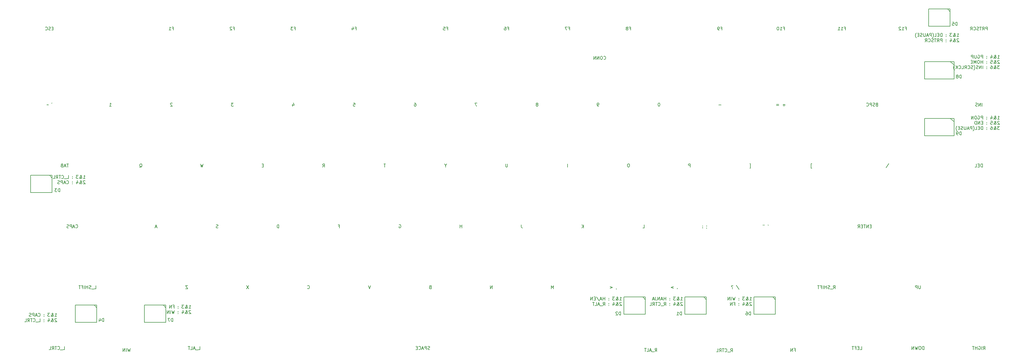
<source format=gbr>
G04 #@! TF.GenerationSoftware,KiCad,Pcbnew,(5.0.2)-1*
G04 #@! TF.CreationDate,2019-05-19T13:57:28+09:00*
G04 #@! TF.ProjectId,D780-PCB,44373830-2d50-4434-922e-6b696361645f,rev?*
G04 #@! TF.SameCoordinates,Original*
G04 #@! TF.FileFunction,Legend,Bot*
G04 #@! TF.FilePolarity,Positive*
%FSLAX46Y46*%
G04 Gerber Fmt 4.6, Leading zero omitted, Abs format (unit mm)*
G04 Created by KiCad (PCBNEW (5.0.2)-1) date 2019-05-19 오후 1:57:28*
%MOMM*%
%LPD*%
G01*
G04 APERTURE LIST*
%ADD10C,0.150000*%
G04 APERTURE END LIST*
D10*
X296320595Y-31822380D02*
X296892023Y-31822380D01*
X296606309Y-31822380D02*
X296606309Y-30822380D01*
X296701547Y-30965238D01*
X296796785Y-31060476D01*
X296892023Y-31108095D01*
X295082500Y-31822380D02*
X295130119Y-31822380D01*
X295225357Y-31774761D01*
X295368214Y-31631904D01*
X295606309Y-31346190D01*
X295701547Y-31203333D01*
X295749166Y-31060476D01*
X295749166Y-30965238D01*
X295701547Y-30870000D01*
X295606309Y-30822380D01*
X295558690Y-30822380D01*
X295463452Y-30870000D01*
X295415833Y-30965238D01*
X295415833Y-31012857D01*
X295463452Y-31108095D01*
X295511071Y-31155714D01*
X295796785Y-31346190D01*
X295844404Y-31393809D01*
X295892023Y-31489047D01*
X295892023Y-31631904D01*
X295844404Y-31727142D01*
X295796785Y-31774761D01*
X295701547Y-31822380D01*
X295558690Y-31822380D01*
X295463452Y-31774761D01*
X295415833Y-31727142D01*
X295272976Y-31536666D01*
X295225357Y-31393809D01*
X295225357Y-31298571D01*
X294225357Y-31155714D02*
X294225357Y-31822380D01*
X294463452Y-30774761D02*
X294701547Y-31489047D01*
X294082500Y-31489047D01*
X292939642Y-31727142D02*
X292892023Y-31774761D01*
X292939642Y-31822380D01*
X292987261Y-31774761D01*
X292939642Y-31727142D01*
X292939642Y-31822380D01*
X292939642Y-31203333D02*
X292892023Y-31250952D01*
X292939642Y-31298571D01*
X292987261Y-31250952D01*
X292939642Y-31203333D01*
X292939642Y-31298571D01*
X291701547Y-31822380D02*
X291701547Y-30822380D01*
X291320595Y-30822380D01*
X291225357Y-30870000D01*
X291177738Y-30917619D01*
X291130119Y-31012857D01*
X291130119Y-31155714D01*
X291177738Y-31250952D01*
X291225357Y-31298571D01*
X291320595Y-31346190D01*
X291701547Y-31346190D01*
X290177738Y-30870000D02*
X290272976Y-30822380D01*
X290415833Y-30822380D01*
X290558690Y-30870000D01*
X290653928Y-30965238D01*
X290701547Y-31060476D01*
X290749166Y-31250952D01*
X290749166Y-31393809D01*
X290701547Y-31584285D01*
X290653928Y-31679523D01*
X290558690Y-31774761D01*
X290415833Y-31822380D01*
X290320595Y-31822380D01*
X290177738Y-31774761D01*
X290130119Y-31727142D01*
X290130119Y-31393809D01*
X290320595Y-31393809D01*
X289701547Y-31822380D02*
X289701547Y-30822380D01*
X289463452Y-30822380D01*
X289320595Y-30870000D01*
X289225357Y-30965238D01*
X289177738Y-31060476D01*
X289130119Y-31250952D01*
X289130119Y-31393809D01*
X289177738Y-31584285D01*
X289225357Y-31679523D01*
X289320595Y-31774761D01*
X289463452Y-31822380D01*
X289701547Y-31822380D01*
X288701547Y-31822380D02*
X288701547Y-30822380D01*
X288130119Y-31822380D01*
X288130119Y-30822380D01*
X296892023Y-32567619D02*
X296844404Y-32520000D01*
X296749166Y-32472380D01*
X296511071Y-32472380D01*
X296415833Y-32520000D01*
X296368214Y-32567619D01*
X296320595Y-32662857D01*
X296320595Y-32758095D01*
X296368214Y-32900952D01*
X296939642Y-33472380D01*
X296320595Y-33472380D01*
X295082500Y-33472380D02*
X295130119Y-33472380D01*
X295225357Y-33424761D01*
X295368214Y-33281904D01*
X295606309Y-32996190D01*
X295701547Y-32853333D01*
X295749166Y-32710476D01*
X295749166Y-32615238D01*
X295701547Y-32520000D01*
X295606309Y-32472380D01*
X295558690Y-32472380D01*
X295463452Y-32520000D01*
X295415833Y-32615238D01*
X295415833Y-32662857D01*
X295463452Y-32758095D01*
X295511071Y-32805714D01*
X295796785Y-32996190D01*
X295844404Y-33043809D01*
X295892023Y-33139047D01*
X295892023Y-33281904D01*
X295844404Y-33377142D01*
X295796785Y-33424761D01*
X295701547Y-33472380D01*
X295558690Y-33472380D01*
X295463452Y-33424761D01*
X295415833Y-33377142D01*
X295272976Y-33186666D01*
X295225357Y-33043809D01*
X295225357Y-32948571D01*
X294177738Y-32472380D02*
X294653928Y-32472380D01*
X294701547Y-32948571D01*
X294653928Y-32900952D01*
X294558690Y-32853333D01*
X294320595Y-32853333D01*
X294225357Y-32900952D01*
X294177738Y-32948571D01*
X294130119Y-33043809D01*
X294130119Y-33281904D01*
X294177738Y-33377142D01*
X294225357Y-33424761D01*
X294320595Y-33472380D01*
X294558690Y-33472380D01*
X294653928Y-33424761D01*
X294701547Y-33377142D01*
X292939642Y-33377142D02*
X292892023Y-33424761D01*
X292939642Y-33472380D01*
X292987261Y-33424761D01*
X292939642Y-33377142D01*
X292939642Y-33472380D01*
X292939642Y-32853333D02*
X292892023Y-32900952D01*
X292939642Y-32948571D01*
X292987261Y-32900952D01*
X292939642Y-32853333D01*
X292939642Y-32948571D01*
X291701547Y-32948571D02*
X291368214Y-32948571D01*
X291225357Y-33472380D02*
X291701547Y-33472380D01*
X291701547Y-32472380D01*
X291225357Y-32472380D01*
X290796785Y-33472380D02*
X290796785Y-32472380D01*
X290225357Y-33472380D01*
X290225357Y-32472380D01*
X289749166Y-33472380D02*
X289749166Y-32472380D01*
X289511071Y-32472380D01*
X289368214Y-32520000D01*
X289272976Y-32615238D01*
X289225357Y-32710476D01*
X289177738Y-32900952D01*
X289177738Y-33043809D01*
X289225357Y-33234285D01*
X289272976Y-33329523D01*
X289368214Y-33424761D01*
X289511071Y-33472380D01*
X289749166Y-33472380D01*
X296939642Y-34122380D02*
X296320595Y-34122380D01*
X296653928Y-34503333D01*
X296511071Y-34503333D01*
X296415833Y-34550952D01*
X296368214Y-34598571D01*
X296320595Y-34693809D01*
X296320595Y-34931904D01*
X296368214Y-35027142D01*
X296415833Y-35074761D01*
X296511071Y-35122380D01*
X296796785Y-35122380D01*
X296892023Y-35074761D01*
X296939642Y-35027142D01*
X295082500Y-35122380D02*
X295130119Y-35122380D01*
X295225357Y-35074761D01*
X295368214Y-34931904D01*
X295606309Y-34646190D01*
X295701547Y-34503333D01*
X295749166Y-34360476D01*
X295749166Y-34265238D01*
X295701547Y-34170000D01*
X295606309Y-34122380D01*
X295558690Y-34122380D01*
X295463452Y-34170000D01*
X295415833Y-34265238D01*
X295415833Y-34312857D01*
X295463452Y-34408095D01*
X295511071Y-34455714D01*
X295796785Y-34646190D01*
X295844404Y-34693809D01*
X295892023Y-34789047D01*
X295892023Y-34931904D01*
X295844404Y-35027142D01*
X295796785Y-35074761D01*
X295701547Y-35122380D01*
X295558690Y-35122380D01*
X295463452Y-35074761D01*
X295415833Y-35027142D01*
X295272976Y-34836666D01*
X295225357Y-34693809D01*
X295225357Y-34598571D01*
X294225357Y-34122380D02*
X294415833Y-34122380D01*
X294511071Y-34170000D01*
X294558690Y-34217619D01*
X294653928Y-34360476D01*
X294701547Y-34550952D01*
X294701547Y-34931904D01*
X294653928Y-35027142D01*
X294606309Y-35074761D01*
X294511071Y-35122380D01*
X294320595Y-35122380D01*
X294225357Y-35074761D01*
X294177738Y-35027142D01*
X294130119Y-34931904D01*
X294130119Y-34693809D01*
X294177738Y-34598571D01*
X294225357Y-34550952D01*
X294320595Y-34503333D01*
X294511071Y-34503333D01*
X294606309Y-34550952D01*
X294653928Y-34598571D01*
X294701547Y-34693809D01*
X292939642Y-35027142D02*
X292892023Y-35074761D01*
X292939642Y-35122380D01*
X292987261Y-35074761D01*
X292939642Y-35027142D01*
X292939642Y-35122380D01*
X292939642Y-34503333D02*
X292892023Y-34550952D01*
X292939642Y-34598571D01*
X292987261Y-34550952D01*
X292939642Y-34503333D01*
X292939642Y-34598571D01*
X291701547Y-35122380D02*
X291701547Y-34122380D01*
X291463452Y-34122380D01*
X291320595Y-34170000D01*
X291225357Y-34265238D01*
X291177738Y-34360476D01*
X291130119Y-34550952D01*
X291130119Y-34693809D01*
X291177738Y-34884285D01*
X291225357Y-34979523D01*
X291320595Y-35074761D01*
X291463452Y-35122380D01*
X291701547Y-35122380D01*
X290701547Y-34598571D02*
X290368214Y-34598571D01*
X290225357Y-35122380D02*
X290701547Y-35122380D01*
X290701547Y-34122380D01*
X290225357Y-34122380D01*
X289320595Y-35122380D02*
X289796785Y-35122380D01*
X289796785Y-34122380D01*
X288701547Y-35503333D02*
X288749166Y-35455714D01*
X288844404Y-35312857D01*
X288892023Y-35217619D01*
X288939642Y-35074761D01*
X288987261Y-34836666D01*
X288987261Y-34646190D01*
X288939642Y-34408095D01*
X288892023Y-34265238D01*
X288844404Y-34170000D01*
X288749166Y-34027142D01*
X288701547Y-33979523D01*
X288320595Y-35122380D02*
X288320595Y-34122380D01*
X287939642Y-34122380D01*
X287844404Y-34170000D01*
X287796785Y-34217619D01*
X287749166Y-34312857D01*
X287749166Y-34455714D01*
X287796785Y-34550952D01*
X287844404Y-34598571D01*
X287939642Y-34646190D01*
X288320595Y-34646190D01*
X287368214Y-34836666D02*
X286892023Y-34836666D01*
X287463452Y-35122380D02*
X287130119Y-34122380D01*
X286796785Y-35122380D01*
X286463452Y-34122380D02*
X286463452Y-34931904D01*
X286415833Y-35027142D01*
X286368214Y-35074761D01*
X286272976Y-35122380D01*
X286082500Y-35122380D01*
X285987261Y-35074761D01*
X285939642Y-35027142D01*
X285892023Y-34931904D01*
X285892023Y-34122380D01*
X285463452Y-35074761D02*
X285320595Y-35122380D01*
X285082500Y-35122380D01*
X284987261Y-35074761D01*
X284939642Y-35027142D01*
X284892023Y-34931904D01*
X284892023Y-34836666D01*
X284939642Y-34741428D01*
X284987261Y-34693809D01*
X285082500Y-34646190D01*
X285272976Y-34598571D01*
X285368214Y-34550952D01*
X285415833Y-34503333D01*
X285463452Y-34408095D01*
X285463452Y-34312857D01*
X285415833Y-34217619D01*
X285368214Y-34170000D01*
X285272976Y-34122380D01*
X285034880Y-34122380D01*
X284892023Y-34170000D01*
X284463452Y-34598571D02*
X284130119Y-34598571D01*
X283987261Y-35122380D02*
X284463452Y-35122380D01*
X284463452Y-34122380D01*
X283987261Y-34122380D01*
X283653928Y-35503333D02*
X283606309Y-35455714D01*
X283511071Y-35312857D01*
X283463452Y-35217619D01*
X283415833Y-35074761D01*
X283368214Y-34836666D01*
X283368214Y-34646190D01*
X283415833Y-34408095D01*
X283463452Y-34265238D01*
X283511071Y-34170000D01*
X283606309Y-34027142D01*
X283653928Y-33979523D01*
X296320595Y-12772380D02*
X296892023Y-12772380D01*
X296606309Y-12772380D02*
X296606309Y-11772380D01*
X296701547Y-11915238D01*
X296796785Y-12010476D01*
X296892023Y-12058095D01*
X295082500Y-12772380D02*
X295130119Y-12772380D01*
X295225357Y-12724761D01*
X295368214Y-12581904D01*
X295606309Y-12296190D01*
X295701547Y-12153333D01*
X295749166Y-12010476D01*
X295749166Y-11915238D01*
X295701547Y-11820000D01*
X295606309Y-11772380D01*
X295558690Y-11772380D01*
X295463452Y-11820000D01*
X295415833Y-11915238D01*
X295415833Y-11962857D01*
X295463452Y-12058095D01*
X295511071Y-12105714D01*
X295796785Y-12296190D01*
X295844404Y-12343809D01*
X295892023Y-12439047D01*
X295892023Y-12581904D01*
X295844404Y-12677142D01*
X295796785Y-12724761D01*
X295701547Y-12772380D01*
X295558690Y-12772380D01*
X295463452Y-12724761D01*
X295415833Y-12677142D01*
X295272976Y-12486666D01*
X295225357Y-12343809D01*
X295225357Y-12248571D01*
X294225357Y-12105714D02*
X294225357Y-12772380D01*
X294463452Y-11724761D02*
X294701547Y-12439047D01*
X294082500Y-12439047D01*
X292939642Y-12677142D02*
X292892023Y-12724761D01*
X292939642Y-12772380D01*
X292987261Y-12724761D01*
X292939642Y-12677142D01*
X292939642Y-12772380D01*
X292939642Y-12153333D02*
X292892023Y-12200952D01*
X292939642Y-12248571D01*
X292987261Y-12200952D01*
X292939642Y-12153333D01*
X292939642Y-12248571D01*
X291701547Y-12772380D02*
X291701547Y-11772380D01*
X291320595Y-11772380D01*
X291225357Y-11820000D01*
X291177738Y-11867619D01*
X291130119Y-11962857D01*
X291130119Y-12105714D01*
X291177738Y-12200952D01*
X291225357Y-12248571D01*
X291320595Y-12296190D01*
X291701547Y-12296190D01*
X290177738Y-11820000D02*
X290272976Y-11772380D01*
X290415833Y-11772380D01*
X290558690Y-11820000D01*
X290653928Y-11915238D01*
X290701547Y-12010476D01*
X290749166Y-12200952D01*
X290749166Y-12343809D01*
X290701547Y-12534285D01*
X290653928Y-12629523D01*
X290558690Y-12724761D01*
X290415833Y-12772380D01*
X290320595Y-12772380D01*
X290177738Y-12724761D01*
X290130119Y-12677142D01*
X290130119Y-12343809D01*
X290320595Y-12343809D01*
X289701547Y-11772380D02*
X289701547Y-12581904D01*
X289653928Y-12677142D01*
X289606309Y-12724761D01*
X289511071Y-12772380D01*
X289320595Y-12772380D01*
X289225357Y-12724761D01*
X289177738Y-12677142D01*
X289130119Y-12581904D01*
X289130119Y-11772380D01*
X288653928Y-12772380D02*
X288653928Y-11772380D01*
X288272976Y-11772380D01*
X288177738Y-11820000D01*
X288130119Y-11867619D01*
X288082500Y-11962857D01*
X288082500Y-12105714D01*
X288130119Y-12200952D01*
X288177738Y-12248571D01*
X288272976Y-12296190D01*
X288653928Y-12296190D01*
X296892023Y-13517619D02*
X296844404Y-13470000D01*
X296749166Y-13422380D01*
X296511071Y-13422380D01*
X296415833Y-13470000D01*
X296368214Y-13517619D01*
X296320595Y-13612857D01*
X296320595Y-13708095D01*
X296368214Y-13850952D01*
X296939642Y-14422380D01*
X296320595Y-14422380D01*
X295082500Y-14422380D02*
X295130119Y-14422380D01*
X295225357Y-14374761D01*
X295368214Y-14231904D01*
X295606309Y-13946190D01*
X295701547Y-13803333D01*
X295749166Y-13660476D01*
X295749166Y-13565238D01*
X295701547Y-13470000D01*
X295606309Y-13422380D01*
X295558690Y-13422380D01*
X295463452Y-13470000D01*
X295415833Y-13565238D01*
X295415833Y-13612857D01*
X295463452Y-13708095D01*
X295511071Y-13755714D01*
X295796785Y-13946190D01*
X295844404Y-13993809D01*
X295892023Y-14089047D01*
X295892023Y-14231904D01*
X295844404Y-14327142D01*
X295796785Y-14374761D01*
X295701547Y-14422380D01*
X295558690Y-14422380D01*
X295463452Y-14374761D01*
X295415833Y-14327142D01*
X295272976Y-14136666D01*
X295225357Y-13993809D01*
X295225357Y-13898571D01*
X294177738Y-13422380D02*
X294653928Y-13422380D01*
X294701547Y-13898571D01*
X294653928Y-13850952D01*
X294558690Y-13803333D01*
X294320595Y-13803333D01*
X294225357Y-13850952D01*
X294177738Y-13898571D01*
X294130119Y-13993809D01*
X294130119Y-14231904D01*
X294177738Y-14327142D01*
X294225357Y-14374761D01*
X294320595Y-14422380D01*
X294558690Y-14422380D01*
X294653928Y-14374761D01*
X294701547Y-14327142D01*
X292939642Y-14327142D02*
X292892023Y-14374761D01*
X292939642Y-14422380D01*
X292987261Y-14374761D01*
X292939642Y-14327142D01*
X292939642Y-14422380D01*
X292939642Y-13803333D02*
X292892023Y-13850952D01*
X292939642Y-13898571D01*
X292987261Y-13850952D01*
X292939642Y-13803333D01*
X292939642Y-13898571D01*
X291701547Y-14422380D02*
X291701547Y-13422380D01*
X291701547Y-13898571D02*
X291130119Y-13898571D01*
X291130119Y-14422380D02*
X291130119Y-13422380D01*
X290463452Y-13422380D02*
X290272976Y-13422380D01*
X290177738Y-13470000D01*
X290082500Y-13565238D01*
X290034880Y-13755714D01*
X290034880Y-14089047D01*
X290082500Y-14279523D01*
X290177738Y-14374761D01*
X290272976Y-14422380D01*
X290463452Y-14422380D01*
X290558690Y-14374761D01*
X290653928Y-14279523D01*
X290701547Y-14089047D01*
X290701547Y-13755714D01*
X290653928Y-13565238D01*
X290558690Y-13470000D01*
X290463452Y-13422380D01*
X289606309Y-14422380D02*
X289606309Y-13422380D01*
X289272976Y-14136666D01*
X288939642Y-13422380D01*
X288939642Y-14422380D01*
X288463452Y-13898571D02*
X288130119Y-13898571D01*
X287987261Y-14422380D02*
X288463452Y-14422380D01*
X288463452Y-13422380D01*
X287987261Y-13422380D01*
X296939642Y-15072380D02*
X296320595Y-15072380D01*
X296653928Y-15453333D01*
X296511071Y-15453333D01*
X296415833Y-15500952D01*
X296368214Y-15548571D01*
X296320595Y-15643809D01*
X296320595Y-15881904D01*
X296368214Y-15977142D01*
X296415833Y-16024761D01*
X296511071Y-16072380D01*
X296796785Y-16072380D01*
X296892023Y-16024761D01*
X296939642Y-15977142D01*
X295082500Y-16072380D02*
X295130119Y-16072380D01*
X295225357Y-16024761D01*
X295368214Y-15881904D01*
X295606309Y-15596190D01*
X295701547Y-15453333D01*
X295749166Y-15310476D01*
X295749166Y-15215238D01*
X295701547Y-15120000D01*
X295606309Y-15072380D01*
X295558690Y-15072380D01*
X295463452Y-15120000D01*
X295415833Y-15215238D01*
X295415833Y-15262857D01*
X295463452Y-15358095D01*
X295511071Y-15405714D01*
X295796785Y-15596190D01*
X295844404Y-15643809D01*
X295892023Y-15739047D01*
X295892023Y-15881904D01*
X295844404Y-15977142D01*
X295796785Y-16024761D01*
X295701547Y-16072380D01*
X295558690Y-16072380D01*
X295463452Y-16024761D01*
X295415833Y-15977142D01*
X295272976Y-15786666D01*
X295225357Y-15643809D01*
X295225357Y-15548571D01*
X294225357Y-15072380D02*
X294415833Y-15072380D01*
X294511071Y-15120000D01*
X294558690Y-15167619D01*
X294653928Y-15310476D01*
X294701547Y-15500952D01*
X294701547Y-15881904D01*
X294653928Y-15977142D01*
X294606309Y-16024761D01*
X294511071Y-16072380D01*
X294320595Y-16072380D01*
X294225357Y-16024761D01*
X294177738Y-15977142D01*
X294130119Y-15881904D01*
X294130119Y-15643809D01*
X294177738Y-15548571D01*
X294225357Y-15500952D01*
X294320595Y-15453333D01*
X294511071Y-15453333D01*
X294606309Y-15500952D01*
X294653928Y-15548571D01*
X294701547Y-15643809D01*
X292939642Y-15977142D02*
X292892023Y-16024761D01*
X292939642Y-16072380D01*
X292987261Y-16024761D01*
X292939642Y-15977142D01*
X292939642Y-16072380D01*
X292939642Y-15453333D02*
X292892023Y-15500952D01*
X292939642Y-15548571D01*
X292987261Y-15500952D01*
X292939642Y-15453333D01*
X292939642Y-15548571D01*
X291701547Y-16072380D02*
X291701547Y-15072380D01*
X291225357Y-16072380D02*
X291225357Y-15072380D01*
X290653928Y-16072380D01*
X290653928Y-15072380D01*
X290225357Y-16024761D02*
X290082500Y-16072380D01*
X289844404Y-16072380D01*
X289749166Y-16024761D01*
X289701547Y-15977142D01*
X289653928Y-15881904D01*
X289653928Y-15786666D01*
X289701547Y-15691428D01*
X289749166Y-15643809D01*
X289844404Y-15596190D01*
X290034880Y-15548571D01*
X290130119Y-15500952D01*
X290177738Y-15453333D01*
X290225357Y-15358095D01*
X290225357Y-15262857D01*
X290177738Y-15167619D01*
X290130119Y-15120000D01*
X290034880Y-15072380D01*
X289796785Y-15072380D01*
X289653928Y-15120000D01*
X288939642Y-16453333D02*
X288987261Y-16405714D01*
X289082500Y-16262857D01*
X289130119Y-16167619D01*
X289177738Y-16024761D01*
X289225357Y-15786666D01*
X289225357Y-15596190D01*
X289177738Y-15358095D01*
X289130119Y-15215238D01*
X289082500Y-15120000D01*
X288987261Y-14977142D01*
X288939642Y-14929523D01*
X288606309Y-16024761D02*
X288463452Y-16072380D01*
X288225357Y-16072380D01*
X288130119Y-16024761D01*
X288082500Y-15977142D01*
X288034880Y-15881904D01*
X288034880Y-15786666D01*
X288082500Y-15691428D01*
X288130119Y-15643809D01*
X288225357Y-15596190D01*
X288415833Y-15548571D01*
X288511071Y-15500952D01*
X288558690Y-15453333D01*
X288606309Y-15358095D01*
X288606309Y-15262857D01*
X288558690Y-15167619D01*
X288511071Y-15120000D01*
X288415833Y-15072380D01*
X288177738Y-15072380D01*
X288034880Y-15120000D01*
X287034880Y-15977142D02*
X287082500Y-16024761D01*
X287225357Y-16072380D01*
X287320595Y-16072380D01*
X287463452Y-16024761D01*
X287558690Y-15929523D01*
X287606309Y-15834285D01*
X287653928Y-15643809D01*
X287653928Y-15500952D01*
X287606309Y-15310476D01*
X287558690Y-15215238D01*
X287463452Y-15120000D01*
X287320595Y-15072380D01*
X287225357Y-15072380D01*
X287082500Y-15120000D01*
X287034880Y-15167619D01*
X286034880Y-16072380D02*
X286368214Y-15596190D01*
X286606309Y-16072380D02*
X286606309Y-15072380D01*
X286225357Y-15072380D01*
X286130119Y-15120000D01*
X286082500Y-15167619D01*
X286034880Y-15262857D01*
X286034880Y-15405714D01*
X286082500Y-15500952D01*
X286130119Y-15548571D01*
X286225357Y-15596190D01*
X286606309Y-15596190D01*
X285130119Y-16072380D02*
X285606309Y-16072380D01*
X285606309Y-15072380D01*
X284225357Y-15977142D02*
X284272976Y-16024761D01*
X284415833Y-16072380D01*
X284511071Y-16072380D01*
X284653928Y-16024761D01*
X284749166Y-15929523D01*
X284796785Y-15834285D01*
X284844404Y-15643809D01*
X284844404Y-15500952D01*
X284796785Y-15310476D01*
X284749166Y-15215238D01*
X284653928Y-15120000D01*
X284511071Y-15072380D01*
X284415833Y-15072380D01*
X284272976Y-15120000D01*
X284225357Y-15167619D01*
X283796785Y-16072380D02*
X283796785Y-15072380D01*
X283225357Y-16072380D02*
X283653928Y-15500952D01*
X283225357Y-15072380D02*
X283796785Y-15643809D01*
X282892023Y-16453333D02*
X282844404Y-16405714D01*
X282749166Y-16262857D01*
X282701547Y-16167619D01*
X282653928Y-16024761D01*
X282606309Y-15786666D01*
X282606309Y-15596190D01*
X282653928Y-15358095D01*
X282701547Y-15215238D01*
X282749166Y-15120000D01*
X282844404Y-14977142D01*
X282892023Y-14929523D01*
X283620595Y-5977380D02*
X284192023Y-5977380D01*
X283906309Y-5977380D02*
X283906309Y-4977380D01*
X284001547Y-5120238D01*
X284096785Y-5215476D01*
X284192023Y-5263095D01*
X282382500Y-5977380D02*
X282430119Y-5977380D01*
X282525357Y-5929761D01*
X282668214Y-5786904D01*
X282906309Y-5501190D01*
X283001547Y-5358333D01*
X283049166Y-5215476D01*
X283049166Y-5120238D01*
X283001547Y-5025000D01*
X282906309Y-4977380D01*
X282858690Y-4977380D01*
X282763452Y-5025000D01*
X282715833Y-5120238D01*
X282715833Y-5167857D01*
X282763452Y-5263095D01*
X282811071Y-5310714D01*
X283096785Y-5501190D01*
X283144404Y-5548809D01*
X283192023Y-5644047D01*
X283192023Y-5786904D01*
X283144404Y-5882142D01*
X283096785Y-5929761D01*
X283001547Y-5977380D01*
X282858690Y-5977380D01*
X282763452Y-5929761D01*
X282715833Y-5882142D01*
X282572976Y-5691666D01*
X282525357Y-5548809D01*
X282525357Y-5453571D01*
X282049166Y-4977380D02*
X281430119Y-4977380D01*
X281763452Y-5358333D01*
X281620595Y-5358333D01*
X281525357Y-5405952D01*
X281477738Y-5453571D01*
X281430119Y-5548809D01*
X281430119Y-5786904D01*
X281477738Y-5882142D01*
X281525357Y-5929761D01*
X281620595Y-5977380D01*
X281906309Y-5977380D01*
X282001547Y-5929761D01*
X282049166Y-5882142D01*
X280239642Y-5882142D02*
X280192023Y-5929761D01*
X280239642Y-5977380D01*
X280287261Y-5929761D01*
X280239642Y-5882142D01*
X280239642Y-5977380D01*
X280239642Y-5358333D02*
X280192023Y-5405952D01*
X280239642Y-5453571D01*
X280287261Y-5405952D01*
X280239642Y-5358333D01*
X280239642Y-5453571D01*
X279001547Y-5977380D02*
X279001547Y-4977380D01*
X278763452Y-4977380D01*
X278620595Y-5025000D01*
X278525357Y-5120238D01*
X278477738Y-5215476D01*
X278430119Y-5405952D01*
X278430119Y-5548809D01*
X278477738Y-5739285D01*
X278525357Y-5834523D01*
X278620595Y-5929761D01*
X278763452Y-5977380D01*
X279001547Y-5977380D01*
X278001547Y-5453571D02*
X277668214Y-5453571D01*
X277525357Y-5977380D02*
X278001547Y-5977380D01*
X278001547Y-4977380D01*
X277525357Y-4977380D01*
X276620595Y-5977380D02*
X277096785Y-5977380D01*
X277096785Y-4977380D01*
X276001547Y-6358333D02*
X276049166Y-6310714D01*
X276144404Y-6167857D01*
X276192023Y-6072619D01*
X276239642Y-5929761D01*
X276287261Y-5691666D01*
X276287261Y-5501190D01*
X276239642Y-5263095D01*
X276192023Y-5120238D01*
X276144404Y-5025000D01*
X276049166Y-4882142D01*
X276001547Y-4834523D01*
X275620595Y-5977380D02*
X275620595Y-4977380D01*
X275239642Y-4977380D01*
X275144404Y-5025000D01*
X275096785Y-5072619D01*
X275049166Y-5167857D01*
X275049166Y-5310714D01*
X275096785Y-5405952D01*
X275144404Y-5453571D01*
X275239642Y-5501190D01*
X275620595Y-5501190D01*
X274668214Y-5691666D02*
X274192023Y-5691666D01*
X274763452Y-5977380D02*
X274430119Y-4977380D01*
X274096785Y-5977380D01*
X273763452Y-4977380D02*
X273763452Y-5786904D01*
X273715833Y-5882142D01*
X273668214Y-5929761D01*
X273572976Y-5977380D01*
X273382500Y-5977380D01*
X273287261Y-5929761D01*
X273239642Y-5882142D01*
X273192023Y-5786904D01*
X273192023Y-4977380D01*
X272763452Y-5929761D02*
X272620595Y-5977380D01*
X272382500Y-5977380D01*
X272287261Y-5929761D01*
X272239642Y-5882142D01*
X272192023Y-5786904D01*
X272192023Y-5691666D01*
X272239642Y-5596428D01*
X272287261Y-5548809D01*
X272382500Y-5501190D01*
X272572976Y-5453571D01*
X272668214Y-5405952D01*
X272715833Y-5358333D01*
X272763452Y-5263095D01*
X272763452Y-5167857D01*
X272715833Y-5072619D01*
X272668214Y-5025000D01*
X272572976Y-4977380D01*
X272334880Y-4977380D01*
X272192023Y-5025000D01*
X271763452Y-5453571D02*
X271430119Y-5453571D01*
X271287261Y-5977380D02*
X271763452Y-5977380D01*
X271763452Y-4977380D01*
X271287261Y-4977380D01*
X270953928Y-6358333D02*
X270906309Y-6310714D01*
X270811071Y-6167857D01*
X270763452Y-6072619D01*
X270715833Y-5929761D01*
X270668214Y-5691666D01*
X270668214Y-5501190D01*
X270715833Y-5263095D01*
X270763452Y-5120238D01*
X270811071Y-5025000D01*
X270906309Y-4882142D01*
X270953928Y-4834523D01*
X284192023Y-6722619D02*
X284144404Y-6675000D01*
X284049166Y-6627380D01*
X283811071Y-6627380D01*
X283715833Y-6675000D01*
X283668214Y-6722619D01*
X283620595Y-6817857D01*
X283620595Y-6913095D01*
X283668214Y-7055952D01*
X284239642Y-7627380D01*
X283620595Y-7627380D01*
X282382500Y-7627380D02*
X282430119Y-7627380D01*
X282525357Y-7579761D01*
X282668214Y-7436904D01*
X282906309Y-7151190D01*
X283001547Y-7008333D01*
X283049166Y-6865476D01*
X283049166Y-6770238D01*
X283001547Y-6675000D01*
X282906309Y-6627380D01*
X282858690Y-6627380D01*
X282763452Y-6675000D01*
X282715833Y-6770238D01*
X282715833Y-6817857D01*
X282763452Y-6913095D01*
X282811071Y-6960714D01*
X283096785Y-7151190D01*
X283144404Y-7198809D01*
X283192023Y-7294047D01*
X283192023Y-7436904D01*
X283144404Y-7532142D01*
X283096785Y-7579761D01*
X283001547Y-7627380D01*
X282858690Y-7627380D01*
X282763452Y-7579761D01*
X282715833Y-7532142D01*
X282572976Y-7341666D01*
X282525357Y-7198809D01*
X282525357Y-7103571D01*
X281525357Y-6960714D02*
X281525357Y-7627380D01*
X281763452Y-6579761D02*
X282001547Y-7294047D01*
X281382500Y-7294047D01*
X280239642Y-7532142D02*
X280192023Y-7579761D01*
X280239642Y-7627380D01*
X280287261Y-7579761D01*
X280239642Y-7532142D01*
X280239642Y-7627380D01*
X280239642Y-7008333D02*
X280192023Y-7055952D01*
X280239642Y-7103571D01*
X280287261Y-7055952D01*
X280239642Y-7008333D01*
X280239642Y-7103571D01*
X279001547Y-7627380D02*
X279001547Y-6627380D01*
X278620595Y-6627380D01*
X278525357Y-6675000D01*
X278477738Y-6722619D01*
X278430119Y-6817857D01*
X278430119Y-6960714D01*
X278477738Y-7055952D01*
X278525357Y-7103571D01*
X278620595Y-7151190D01*
X279001547Y-7151190D01*
X277430119Y-7627380D02*
X277763452Y-7151190D01*
X278001547Y-7627380D02*
X278001547Y-6627380D01*
X277620595Y-6627380D01*
X277525357Y-6675000D01*
X277477738Y-6722619D01*
X277430119Y-6817857D01*
X277430119Y-6960714D01*
X277477738Y-7055952D01*
X277525357Y-7103571D01*
X277620595Y-7151190D01*
X278001547Y-7151190D01*
X277144404Y-6627380D02*
X276572976Y-6627380D01*
X276858690Y-7627380D02*
X276858690Y-6627380D01*
X276287261Y-7579761D02*
X276144404Y-7627380D01*
X275906309Y-7627380D01*
X275811071Y-7579761D01*
X275763452Y-7532142D01*
X275715833Y-7436904D01*
X275715833Y-7341666D01*
X275763452Y-7246428D01*
X275811071Y-7198809D01*
X275906309Y-7151190D01*
X276096785Y-7103571D01*
X276192023Y-7055952D01*
X276239642Y-7008333D01*
X276287261Y-6913095D01*
X276287261Y-6817857D01*
X276239642Y-6722619D01*
X276192023Y-6675000D01*
X276096785Y-6627380D01*
X275858690Y-6627380D01*
X275715833Y-6675000D01*
X274715833Y-7532142D02*
X274763452Y-7579761D01*
X274906309Y-7627380D01*
X275001547Y-7627380D01*
X275144404Y-7579761D01*
X275239642Y-7484523D01*
X275287261Y-7389285D01*
X275334880Y-7198809D01*
X275334880Y-7055952D01*
X275287261Y-6865476D01*
X275239642Y-6770238D01*
X275144404Y-6675000D01*
X275001547Y-6627380D01*
X274906309Y-6627380D01*
X274763452Y-6675000D01*
X274715833Y-6722619D01*
X273715833Y-7627380D02*
X274049166Y-7151190D01*
X274287261Y-7627380D02*
X274287261Y-6627380D01*
X273906309Y-6627380D01*
X273811071Y-6675000D01*
X273763452Y-6722619D01*
X273715833Y-6817857D01*
X273715833Y-6960714D01*
X273763452Y-7055952D01*
X273811071Y-7103571D01*
X273906309Y-7151190D01*
X274287261Y-7151190D01*
X1680595Y-93607380D02*
X2252023Y-93607380D01*
X1966309Y-93607380D02*
X1966309Y-92607380D01*
X2061547Y-92750238D01*
X2156785Y-92845476D01*
X2252023Y-92893095D01*
X442500Y-93607380D02*
X490119Y-93607380D01*
X585357Y-93559761D01*
X728214Y-93416904D01*
X966309Y-93131190D01*
X1061547Y-92988333D01*
X1109166Y-92845476D01*
X1109166Y-92750238D01*
X1061547Y-92655000D01*
X966309Y-92607380D01*
X918690Y-92607380D01*
X823452Y-92655000D01*
X775833Y-92750238D01*
X775833Y-92797857D01*
X823452Y-92893095D01*
X871071Y-92940714D01*
X1156785Y-93131190D01*
X1204404Y-93178809D01*
X1252023Y-93274047D01*
X1252023Y-93416904D01*
X1204404Y-93512142D01*
X1156785Y-93559761D01*
X1061547Y-93607380D01*
X918690Y-93607380D01*
X823452Y-93559761D01*
X775833Y-93512142D01*
X632976Y-93321666D01*
X585357Y-93178809D01*
X585357Y-93083571D01*
X109166Y-92607380D02*
X-509880Y-92607380D01*
X-176547Y-92988333D01*
X-319404Y-92988333D01*
X-414642Y-93035952D01*
X-462261Y-93083571D01*
X-509880Y-93178809D01*
X-509880Y-93416904D01*
X-462261Y-93512142D01*
X-414642Y-93559761D01*
X-319404Y-93607380D01*
X-33690Y-93607380D01*
X61547Y-93559761D01*
X109166Y-93512142D01*
X-1700357Y-93512142D02*
X-1747976Y-93559761D01*
X-1700357Y-93607380D01*
X-1652738Y-93559761D01*
X-1700357Y-93512142D01*
X-1700357Y-93607380D01*
X-1700357Y-92988333D02*
X-1747976Y-93035952D01*
X-1700357Y-93083571D01*
X-1652738Y-93035952D01*
X-1700357Y-92988333D01*
X-1700357Y-93083571D01*
X-3509880Y-93512142D02*
X-3462261Y-93559761D01*
X-3319404Y-93607380D01*
X-3224166Y-93607380D01*
X-3081309Y-93559761D01*
X-2986071Y-93464523D01*
X-2938452Y-93369285D01*
X-2890833Y-93178809D01*
X-2890833Y-93035952D01*
X-2938452Y-92845476D01*
X-2986071Y-92750238D01*
X-3081309Y-92655000D01*
X-3224166Y-92607380D01*
X-3319404Y-92607380D01*
X-3462261Y-92655000D01*
X-3509880Y-92702619D01*
X-3890833Y-93321666D02*
X-4367023Y-93321666D01*
X-3795595Y-93607380D02*
X-4128928Y-92607380D01*
X-4462261Y-93607380D01*
X-4795595Y-93607380D02*
X-4795595Y-92607380D01*
X-5176547Y-92607380D01*
X-5271785Y-92655000D01*
X-5319404Y-92702619D01*
X-5367023Y-92797857D01*
X-5367023Y-92940714D01*
X-5319404Y-93035952D01*
X-5271785Y-93083571D01*
X-5176547Y-93131190D01*
X-4795595Y-93131190D01*
X-5747976Y-93559761D02*
X-5890833Y-93607380D01*
X-6128928Y-93607380D01*
X-6224166Y-93559761D01*
X-6271785Y-93512142D01*
X-6319404Y-93416904D01*
X-6319404Y-93321666D01*
X-6271785Y-93226428D01*
X-6224166Y-93178809D01*
X-6128928Y-93131190D01*
X-5938452Y-93083571D01*
X-5843214Y-93035952D01*
X-5795595Y-92988333D01*
X-5747976Y-92893095D01*
X-5747976Y-92797857D01*
X-5795595Y-92702619D01*
X-5843214Y-92655000D01*
X-5938452Y-92607380D01*
X-6176547Y-92607380D01*
X-6319404Y-92655000D01*
X2252023Y-94352619D02*
X2204404Y-94305000D01*
X2109166Y-94257380D01*
X1871071Y-94257380D01*
X1775833Y-94305000D01*
X1728214Y-94352619D01*
X1680595Y-94447857D01*
X1680595Y-94543095D01*
X1728214Y-94685952D01*
X2299642Y-95257380D01*
X1680595Y-95257380D01*
X442500Y-95257380D02*
X490119Y-95257380D01*
X585357Y-95209761D01*
X728214Y-95066904D01*
X966309Y-94781190D01*
X1061547Y-94638333D01*
X1109166Y-94495476D01*
X1109166Y-94400238D01*
X1061547Y-94305000D01*
X966309Y-94257380D01*
X918690Y-94257380D01*
X823452Y-94305000D01*
X775833Y-94400238D01*
X775833Y-94447857D01*
X823452Y-94543095D01*
X871071Y-94590714D01*
X1156785Y-94781190D01*
X1204404Y-94828809D01*
X1252023Y-94924047D01*
X1252023Y-95066904D01*
X1204404Y-95162142D01*
X1156785Y-95209761D01*
X1061547Y-95257380D01*
X918690Y-95257380D01*
X823452Y-95209761D01*
X775833Y-95162142D01*
X632976Y-94971666D01*
X585357Y-94828809D01*
X585357Y-94733571D01*
X-414642Y-94590714D02*
X-414642Y-95257380D01*
X-176547Y-94209761D02*
X61547Y-94924047D01*
X-557499Y-94924047D01*
X-1700357Y-95162142D02*
X-1747976Y-95209761D01*
X-1700357Y-95257380D01*
X-1652738Y-95209761D01*
X-1700357Y-95162142D01*
X-1700357Y-95257380D01*
X-1700357Y-94638333D02*
X-1747976Y-94685952D01*
X-1700357Y-94733571D01*
X-1652738Y-94685952D01*
X-1700357Y-94638333D01*
X-1700357Y-94733571D01*
X-3414642Y-95257380D02*
X-2938452Y-95257380D01*
X-2938452Y-94257380D01*
X-3509880Y-95352619D02*
X-4271785Y-95352619D01*
X-5081309Y-95162142D02*
X-5033690Y-95209761D01*
X-4890833Y-95257380D01*
X-4795595Y-95257380D01*
X-4652738Y-95209761D01*
X-4557499Y-95114523D01*
X-4509880Y-95019285D01*
X-4462261Y-94828809D01*
X-4462261Y-94685952D01*
X-4509880Y-94495476D01*
X-4557499Y-94400238D01*
X-4652738Y-94305000D01*
X-4795595Y-94257380D01*
X-4890833Y-94257380D01*
X-5033690Y-94305000D01*
X-5081309Y-94352619D01*
X-5367023Y-94257380D02*
X-5938452Y-94257380D01*
X-5652738Y-95257380D02*
X-5652738Y-94257380D01*
X-6843214Y-95257380D02*
X-6509880Y-94781190D01*
X-6271785Y-95257380D02*
X-6271785Y-94257380D01*
X-6652738Y-94257380D01*
X-6747976Y-94305000D01*
X-6795595Y-94352619D01*
X-6843214Y-94447857D01*
X-6843214Y-94590714D01*
X-6795595Y-94685952D01*
X-6747976Y-94733571D01*
X-6652738Y-94781190D01*
X-6271785Y-94781190D01*
X-7747976Y-95257380D02*
X-7271785Y-95257380D01*
X-7271785Y-94257380D01*
X43590595Y-91067380D02*
X44162023Y-91067380D01*
X43876309Y-91067380D02*
X43876309Y-90067380D01*
X43971547Y-90210238D01*
X44066785Y-90305476D01*
X44162023Y-90353095D01*
X42352500Y-91067380D02*
X42400119Y-91067380D01*
X42495357Y-91019761D01*
X42638214Y-90876904D01*
X42876309Y-90591190D01*
X42971547Y-90448333D01*
X43019166Y-90305476D01*
X43019166Y-90210238D01*
X42971547Y-90115000D01*
X42876309Y-90067380D01*
X42828690Y-90067380D01*
X42733452Y-90115000D01*
X42685833Y-90210238D01*
X42685833Y-90257857D01*
X42733452Y-90353095D01*
X42781071Y-90400714D01*
X43066785Y-90591190D01*
X43114404Y-90638809D01*
X43162023Y-90734047D01*
X43162023Y-90876904D01*
X43114404Y-90972142D01*
X43066785Y-91019761D01*
X42971547Y-91067380D01*
X42828690Y-91067380D01*
X42733452Y-91019761D01*
X42685833Y-90972142D01*
X42542976Y-90781666D01*
X42495357Y-90638809D01*
X42495357Y-90543571D01*
X42019166Y-90067380D02*
X41400119Y-90067380D01*
X41733452Y-90448333D01*
X41590595Y-90448333D01*
X41495357Y-90495952D01*
X41447738Y-90543571D01*
X41400119Y-90638809D01*
X41400119Y-90876904D01*
X41447738Y-90972142D01*
X41495357Y-91019761D01*
X41590595Y-91067380D01*
X41876309Y-91067380D01*
X41971547Y-91019761D01*
X42019166Y-90972142D01*
X40209642Y-90972142D02*
X40162023Y-91019761D01*
X40209642Y-91067380D01*
X40257261Y-91019761D01*
X40209642Y-90972142D01*
X40209642Y-91067380D01*
X40209642Y-90448333D02*
X40162023Y-90495952D01*
X40209642Y-90543571D01*
X40257261Y-90495952D01*
X40209642Y-90448333D01*
X40209642Y-90543571D01*
X38638214Y-90543571D02*
X38971547Y-90543571D01*
X38971547Y-91067380D02*
X38971547Y-90067380D01*
X38495357Y-90067380D01*
X38114404Y-91067380D02*
X38114404Y-90067380D01*
X37542976Y-91067380D01*
X37542976Y-90067380D01*
X44162023Y-91812619D02*
X44114404Y-91765000D01*
X44019166Y-91717380D01*
X43781071Y-91717380D01*
X43685833Y-91765000D01*
X43638214Y-91812619D01*
X43590595Y-91907857D01*
X43590595Y-92003095D01*
X43638214Y-92145952D01*
X44209642Y-92717380D01*
X43590595Y-92717380D01*
X42352500Y-92717380D02*
X42400119Y-92717380D01*
X42495357Y-92669761D01*
X42638214Y-92526904D01*
X42876309Y-92241190D01*
X42971547Y-92098333D01*
X43019166Y-91955476D01*
X43019166Y-91860238D01*
X42971547Y-91765000D01*
X42876309Y-91717380D01*
X42828690Y-91717380D01*
X42733452Y-91765000D01*
X42685833Y-91860238D01*
X42685833Y-91907857D01*
X42733452Y-92003095D01*
X42781071Y-92050714D01*
X43066785Y-92241190D01*
X43114404Y-92288809D01*
X43162023Y-92384047D01*
X43162023Y-92526904D01*
X43114404Y-92622142D01*
X43066785Y-92669761D01*
X42971547Y-92717380D01*
X42828690Y-92717380D01*
X42733452Y-92669761D01*
X42685833Y-92622142D01*
X42542976Y-92431666D01*
X42495357Y-92288809D01*
X42495357Y-92193571D01*
X41495357Y-92050714D02*
X41495357Y-92717380D01*
X41733452Y-91669761D02*
X41971547Y-92384047D01*
X41352500Y-92384047D01*
X40209642Y-92622142D02*
X40162023Y-92669761D01*
X40209642Y-92717380D01*
X40257261Y-92669761D01*
X40209642Y-92622142D01*
X40209642Y-92717380D01*
X40209642Y-92098333D02*
X40162023Y-92145952D01*
X40209642Y-92193571D01*
X40257261Y-92145952D01*
X40209642Y-92098333D01*
X40209642Y-92193571D01*
X39066785Y-91717380D02*
X38828690Y-92717380D01*
X38638214Y-92003095D01*
X38447738Y-92717380D01*
X38209642Y-91717380D01*
X37828690Y-92717380D02*
X37828690Y-91717380D01*
X37352500Y-92717380D02*
X37352500Y-91717380D01*
X36781071Y-92717380D01*
X36781071Y-91717380D01*
X10570595Y-50427380D02*
X11142023Y-50427380D01*
X10856309Y-50427380D02*
X10856309Y-49427380D01*
X10951547Y-49570238D01*
X11046785Y-49665476D01*
X11142023Y-49713095D01*
X9332500Y-50427380D02*
X9380119Y-50427380D01*
X9475357Y-50379761D01*
X9618214Y-50236904D01*
X9856309Y-49951190D01*
X9951547Y-49808333D01*
X9999166Y-49665476D01*
X9999166Y-49570238D01*
X9951547Y-49475000D01*
X9856309Y-49427380D01*
X9808690Y-49427380D01*
X9713452Y-49475000D01*
X9665833Y-49570238D01*
X9665833Y-49617857D01*
X9713452Y-49713095D01*
X9761071Y-49760714D01*
X10046785Y-49951190D01*
X10094404Y-49998809D01*
X10142023Y-50094047D01*
X10142023Y-50236904D01*
X10094404Y-50332142D01*
X10046785Y-50379761D01*
X9951547Y-50427380D01*
X9808690Y-50427380D01*
X9713452Y-50379761D01*
X9665833Y-50332142D01*
X9522976Y-50141666D01*
X9475357Y-49998809D01*
X9475357Y-49903571D01*
X8999166Y-49427380D02*
X8380119Y-49427380D01*
X8713452Y-49808333D01*
X8570595Y-49808333D01*
X8475357Y-49855952D01*
X8427738Y-49903571D01*
X8380119Y-49998809D01*
X8380119Y-50236904D01*
X8427738Y-50332142D01*
X8475357Y-50379761D01*
X8570595Y-50427380D01*
X8856309Y-50427380D01*
X8951547Y-50379761D01*
X8999166Y-50332142D01*
X7189642Y-50332142D02*
X7142023Y-50379761D01*
X7189642Y-50427380D01*
X7237261Y-50379761D01*
X7189642Y-50332142D01*
X7189642Y-50427380D01*
X7189642Y-49808333D02*
X7142023Y-49855952D01*
X7189642Y-49903571D01*
X7237261Y-49855952D01*
X7189642Y-49808333D01*
X7189642Y-49903571D01*
X5475357Y-50427380D02*
X5951547Y-50427380D01*
X5951547Y-49427380D01*
X5380119Y-50522619D02*
X4618214Y-50522619D01*
X3808690Y-50332142D02*
X3856309Y-50379761D01*
X3999166Y-50427380D01*
X4094404Y-50427380D01*
X4237261Y-50379761D01*
X4332500Y-50284523D01*
X4380119Y-50189285D01*
X4427738Y-49998809D01*
X4427738Y-49855952D01*
X4380119Y-49665476D01*
X4332500Y-49570238D01*
X4237261Y-49475000D01*
X4094404Y-49427380D01*
X3999166Y-49427380D01*
X3856309Y-49475000D01*
X3808690Y-49522619D01*
X3522976Y-49427380D02*
X2951547Y-49427380D01*
X3237261Y-50427380D02*
X3237261Y-49427380D01*
X2046785Y-50427380D02*
X2380119Y-49951190D01*
X2618214Y-50427380D02*
X2618214Y-49427380D01*
X2237261Y-49427380D01*
X2142023Y-49475000D01*
X2094404Y-49522619D01*
X2046785Y-49617857D01*
X2046785Y-49760714D01*
X2094404Y-49855952D01*
X2142023Y-49903571D01*
X2237261Y-49951190D01*
X2618214Y-49951190D01*
X1142023Y-50427380D02*
X1618214Y-50427380D01*
X1618214Y-49427380D01*
X11142023Y-51172619D02*
X11094404Y-51125000D01*
X10999166Y-51077380D01*
X10761071Y-51077380D01*
X10665833Y-51125000D01*
X10618214Y-51172619D01*
X10570595Y-51267857D01*
X10570595Y-51363095D01*
X10618214Y-51505952D01*
X11189642Y-52077380D01*
X10570595Y-52077380D01*
X9332500Y-52077380D02*
X9380119Y-52077380D01*
X9475357Y-52029761D01*
X9618214Y-51886904D01*
X9856309Y-51601190D01*
X9951547Y-51458333D01*
X9999166Y-51315476D01*
X9999166Y-51220238D01*
X9951547Y-51125000D01*
X9856309Y-51077380D01*
X9808690Y-51077380D01*
X9713452Y-51125000D01*
X9665833Y-51220238D01*
X9665833Y-51267857D01*
X9713452Y-51363095D01*
X9761071Y-51410714D01*
X10046785Y-51601190D01*
X10094404Y-51648809D01*
X10142023Y-51744047D01*
X10142023Y-51886904D01*
X10094404Y-51982142D01*
X10046785Y-52029761D01*
X9951547Y-52077380D01*
X9808690Y-52077380D01*
X9713452Y-52029761D01*
X9665833Y-51982142D01*
X9522976Y-51791666D01*
X9475357Y-51648809D01*
X9475357Y-51553571D01*
X8475357Y-51410714D02*
X8475357Y-52077380D01*
X8713452Y-51029761D02*
X8951547Y-51744047D01*
X8332500Y-51744047D01*
X7189642Y-51982142D02*
X7142023Y-52029761D01*
X7189642Y-52077380D01*
X7237261Y-52029761D01*
X7189642Y-51982142D01*
X7189642Y-52077380D01*
X7189642Y-51458333D02*
X7142023Y-51505952D01*
X7189642Y-51553571D01*
X7237261Y-51505952D01*
X7189642Y-51458333D01*
X7189642Y-51553571D01*
X5380119Y-51982142D02*
X5427738Y-52029761D01*
X5570595Y-52077380D01*
X5665833Y-52077380D01*
X5808690Y-52029761D01*
X5903928Y-51934523D01*
X5951547Y-51839285D01*
X5999166Y-51648809D01*
X5999166Y-51505952D01*
X5951547Y-51315476D01*
X5903928Y-51220238D01*
X5808690Y-51125000D01*
X5665833Y-51077380D01*
X5570595Y-51077380D01*
X5427738Y-51125000D01*
X5380119Y-51172619D01*
X4999166Y-51791666D02*
X4522976Y-51791666D01*
X5094404Y-52077380D02*
X4761071Y-51077380D01*
X4427738Y-52077380D01*
X4094404Y-52077380D02*
X4094404Y-51077380D01*
X3713452Y-51077380D01*
X3618214Y-51125000D01*
X3570595Y-51172619D01*
X3522976Y-51267857D01*
X3522976Y-51410714D01*
X3570595Y-51505952D01*
X3618214Y-51553571D01*
X3713452Y-51601190D01*
X4094404Y-51601190D01*
X3142023Y-52029761D02*
X2999166Y-52077380D01*
X2761071Y-52077380D01*
X2665833Y-52029761D01*
X2618214Y-51982142D01*
X2570595Y-51886904D01*
X2570595Y-51791666D01*
X2618214Y-51696428D01*
X2665833Y-51648809D01*
X2761071Y-51601190D01*
X2951547Y-51553571D01*
X3046785Y-51505952D01*
X3094404Y-51458333D01*
X3142023Y-51363095D01*
X3142023Y-51267857D01*
X3094404Y-51172619D01*
X3046785Y-51125000D01*
X2951547Y-51077380D01*
X2713452Y-51077380D01*
X2570595Y-51125000D01*
X218850595Y-88527380D02*
X219422023Y-88527380D01*
X219136309Y-88527380D02*
X219136309Y-87527380D01*
X219231547Y-87670238D01*
X219326785Y-87765476D01*
X219422023Y-87813095D01*
X217612500Y-88527380D02*
X217660119Y-88527380D01*
X217755357Y-88479761D01*
X217898214Y-88336904D01*
X218136309Y-88051190D01*
X218231547Y-87908333D01*
X218279166Y-87765476D01*
X218279166Y-87670238D01*
X218231547Y-87575000D01*
X218136309Y-87527380D01*
X218088690Y-87527380D01*
X217993452Y-87575000D01*
X217945833Y-87670238D01*
X217945833Y-87717857D01*
X217993452Y-87813095D01*
X218041071Y-87860714D01*
X218326785Y-88051190D01*
X218374404Y-88098809D01*
X218422023Y-88194047D01*
X218422023Y-88336904D01*
X218374404Y-88432142D01*
X218326785Y-88479761D01*
X218231547Y-88527380D01*
X218088690Y-88527380D01*
X217993452Y-88479761D01*
X217945833Y-88432142D01*
X217802976Y-88241666D01*
X217755357Y-88098809D01*
X217755357Y-88003571D01*
X217279166Y-87527380D02*
X216660119Y-87527380D01*
X216993452Y-87908333D01*
X216850595Y-87908333D01*
X216755357Y-87955952D01*
X216707738Y-88003571D01*
X216660119Y-88098809D01*
X216660119Y-88336904D01*
X216707738Y-88432142D01*
X216755357Y-88479761D01*
X216850595Y-88527380D01*
X217136309Y-88527380D01*
X217231547Y-88479761D01*
X217279166Y-88432142D01*
X215469642Y-88432142D02*
X215422023Y-88479761D01*
X215469642Y-88527380D01*
X215517261Y-88479761D01*
X215469642Y-88432142D01*
X215469642Y-88527380D01*
X215469642Y-87908333D02*
X215422023Y-87955952D01*
X215469642Y-88003571D01*
X215517261Y-87955952D01*
X215469642Y-87908333D01*
X215469642Y-88003571D01*
X214326785Y-87527380D02*
X214088690Y-88527380D01*
X213898214Y-87813095D01*
X213707738Y-88527380D01*
X213469642Y-87527380D01*
X213088690Y-88527380D02*
X213088690Y-87527380D01*
X212612500Y-88527380D02*
X212612500Y-87527380D01*
X212041071Y-88527380D01*
X212041071Y-87527380D01*
X219422023Y-89272619D02*
X219374404Y-89225000D01*
X219279166Y-89177380D01*
X219041071Y-89177380D01*
X218945833Y-89225000D01*
X218898214Y-89272619D01*
X218850595Y-89367857D01*
X218850595Y-89463095D01*
X218898214Y-89605952D01*
X219469642Y-90177380D01*
X218850595Y-90177380D01*
X217612500Y-90177380D02*
X217660119Y-90177380D01*
X217755357Y-90129761D01*
X217898214Y-89986904D01*
X218136309Y-89701190D01*
X218231547Y-89558333D01*
X218279166Y-89415476D01*
X218279166Y-89320238D01*
X218231547Y-89225000D01*
X218136309Y-89177380D01*
X218088690Y-89177380D01*
X217993452Y-89225000D01*
X217945833Y-89320238D01*
X217945833Y-89367857D01*
X217993452Y-89463095D01*
X218041071Y-89510714D01*
X218326785Y-89701190D01*
X218374404Y-89748809D01*
X218422023Y-89844047D01*
X218422023Y-89986904D01*
X218374404Y-90082142D01*
X218326785Y-90129761D01*
X218231547Y-90177380D01*
X218088690Y-90177380D01*
X217993452Y-90129761D01*
X217945833Y-90082142D01*
X217802976Y-89891666D01*
X217755357Y-89748809D01*
X217755357Y-89653571D01*
X216755357Y-89510714D02*
X216755357Y-90177380D01*
X216993452Y-89129761D02*
X217231547Y-89844047D01*
X216612500Y-89844047D01*
X215469642Y-90082142D02*
X215422023Y-90129761D01*
X215469642Y-90177380D01*
X215517261Y-90129761D01*
X215469642Y-90082142D01*
X215469642Y-90177380D01*
X215469642Y-89558333D02*
X215422023Y-89605952D01*
X215469642Y-89653571D01*
X215517261Y-89605952D01*
X215469642Y-89558333D01*
X215469642Y-89653571D01*
X213898214Y-89653571D02*
X214231547Y-89653571D01*
X214231547Y-90177380D02*
X214231547Y-89177380D01*
X213755357Y-89177380D01*
X213374404Y-90177380D02*
X213374404Y-89177380D01*
X212802976Y-90177380D01*
X212802976Y-89177380D01*
X197260595Y-88527380D02*
X197832023Y-88527380D01*
X197546309Y-88527380D02*
X197546309Y-87527380D01*
X197641547Y-87670238D01*
X197736785Y-87765476D01*
X197832023Y-87813095D01*
X196022500Y-88527380D02*
X196070119Y-88527380D01*
X196165357Y-88479761D01*
X196308214Y-88336904D01*
X196546309Y-88051190D01*
X196641547Y-87908333D01*
X196689166Y-87765476D01*
X196689166Y-87670238D01*
X196641547Y-87575000D01*
X196546309Y-87527380D01*
X196498690Y-87527380D01*
X196403452Y-87575000D01*
X196355833Y-87670238D01*
X196355833Y-87717857D01*
X196403452Y-87813095D01*
X196451071Y-87860714D01*
X196736785Y-88051190D01*
X196784404Y-88098809D01*
X196832023Y-88194047D01*
X196832023Y-88336904D01*
X196784404Y-88432142D01*
X196736785Y-88479761D01*
X196641547Y-88527380D01*
X196498690Y-88527380D01*
X196403452Y-88479761D01*
X196355833Y-88432142D01*
X196212976Y-88241666D01*
X196165357Y-88098809D01*
X196165357Y-88003571D01*
X195689166Y-87527380D02*
X195070119Y-87527380D01*
X195403452Y-87908333D01*
X195260595Y-87908333D01*
X195165357Y-87955952D01*
X195117738Y-88003571D01*
X195070119Y-88098809D01*
X195070119Y-88336904D01*
X195117738Y-88432142D01*
X195165357Y-88479761D01*
X195260595Y-88527380D01*
X195546309Y-88527380D01*
X195641547Y-88479761D01*
X195689166Y-88432142D01*
X193879642Y-88432142D02*
X193832023Y-88479761D01*
X193879642Y-88527380D01*
X193927261Y-88479761D01*
X193879642Y-88432142D01*
X193879642Y-88527380D01*
X193879642Y-87908333D02*
X193832023Y-87955952D01*
X193879642Y-88003571D01*
X193927261Y-87955952D01*
X193879642Y-87908333D01*
X193879642Y-88003571D01*
X192641547Y-88527380D02*
X192641547Y-87527380D01*
X192641547Y-88003571D02*
X192070119Y-88003571D01*
X192070119Y-88527380D02*
X192070119Y-87527380D01*
X191641547Y-88241666D02*
X191165357Y-88241666D01*
X191736785Y-88527380D02*
X191403452Y-87527380D01*
X191070119Y-88527380D01*
X190736785Y-88527380D02*
X190736785Y-87527380D01*
X190165357Y-88527380D01*
X190165357Y-87527380D01*
X189403452Y-87527380D02*
X189403452Y-88241666D01*
X189451071Y-88384523D01*
X189546309Y-88479761D01*
X189689166Y-88527380D01*
X189784404Y-88527380D01*
X188974880Y-88241666D02*
X188498690Y-88241666D01*
X189070119Y-88527380D02*
X188736785Y-87527380D01*
X188403452Y-88527380D01*
X197832023Y-89272619D02*
X197784404Y-89225000D01*
X197689166Y-89177380D01*
X197451071Y-89177380D01*
X197355833Y-89225000D01*
X197308214Y-89272619D01*
X197260595Y-89367857D01*
X197260595Y-89463095D01*
X197308214Y-89605952D01*
X197879642Y-90177380D01*
X197260595Y-90177380D01*
X196022500Y-90177380D02*
X196070119Y-90177380D01*
X196165357Y-90129761D01*
X196308214Y-89986904D01*
X196546309Y-89701190D01*
X196641547Y-89558333D01*
X196689166Y-89415476D01*
X196689166Y-89320238D01*
X196641547Y-89225000D01*
X196546309Y-89177380D01*
X196498690Y-89177380D01*
X196403452Y-89225000D01*
X196355833Y-89320238D01*
X196355833Y-89367857D01*
X196403452Y-89463095D01*
X196451071Y-89510714D01*
X196736785Y-89701190D01*
X196784404Y-89748809D01*
X196832023Y-89844047D01*
X196832023Y-89986904D01*
X196784404Y-90082142D01*
X196736785Y-90129761D01*
X196641547Y-90177380D01*
X196498690Y-90177380D01*
X196403452Y-90129761D01*
X196355833Y-90082142D01*
X196212976Y-89891666D01*
X196165357Y-89748809D01*
X196165357Y-89653571D01*
X195165357Y-89510714D02*
X195165357Y-90177380D01*
X195403452Y-89129761D02*
X195641547Y-89844047D01*
X195022500Y-89844047D01*
X193879642Y-90082142D02*
X193832023Y-90129761D01*
X193879642Y-90177380D01*
X193927261Y-90129761D01*
X193879642Y-90082142D01*
X193879642Y-90177380D01*
X193879642Y-89558333D02*
X193832023Y-89605952D01*
X193879642Y-89653571D01*
X193927261Y-89605952D01*
X193879642Y-89558333D01*
X193879642Y-89653571D01*
X192070119Y-90177380D02*
X192403452Y-89701190D01*
X192641547Y-90177380D02*
X192641547Y-89177380D01*
X192260595Y-89177380D01*
X192165357Y-89225000D01*
X192117738Y-89272619D01*
X192070119Y-89367857D01*
X192070119Y-89510714D01*
X192117738Y-89605952D01*
X192165357Y-89653571D01*
X192260595Y-89701190D01*
X192641547Y-89701190D01*
X191879642Y-90272619D02*
X191117738Y-90272619D01*
X190308214Y-90082142D02*
X190355833Y-90129761D01*
X190498690Y-90177380D01*
X190593928Y-90177380D01*
X190736785Y-90129761D01*
X190832023Y-90034523D01*
X190879642Y-89939285D01*
X190927261Y-89748809D01*
X190927261Y-89605952D01*
X190879642Y-89415476D01*
X190832023Y-89320238D01*
X190736785Y-89225000D01*
X190593928Y-89177380D01*
X190498690Y-89177380D01*
X190355833Y-89225000D01*
X190308214Y-89272619D01*
X190022500Y-89177380D02*
X189451071Y-89177380D01*
X189736785Y-90177380D02*
X189736785Y-89177380D01*
X188546309Y-90177380D02*
X188879642Y-89701190D01*
X189117738Y-90177380D02*
X189117738Y-89177380D01*
X188736785Y-89177380D01*
X188641547Y-89225000D01*
X188593928Y-89272619D01*
X188546309Y-89367857D01*
X188546309Y-89510714D01*
X188593928Y-89605952D01*
X188641547Y-89653571D01*
X188736785Y-89701190D01*
X189117738Y-89701190D01*
X187641547Y-90177380D02*
X188117738Y-90177380D01*
X188117738Y-89177380D01*
X178210595Y-88527380D02*
X178782023Y-88527380D01*
X178496309Y-88527380D02*
X178496309Y-87527380D01*
X178591547Y-87670238D01*
X178686785Y-87765476D01*
X178782023Y-87813095D01*
X176972500Y-88527380D02*
X177020119Y-88527380D01*
X177115357Y-88479761D01*
X177258214Y-88336904D01*
X177496309Y-88051190D01*
X177591547Y-87908333D01*
X177639166Y-87765476D01*
X177639166Y-87670238D01*
X177591547Y-87575000D01*
X177496309Y-87527380D01*
X177448690Y-87527380D01*
X177353452Y-87575000D01*
X177305833Y-87670238D01*
X177305833Y-87717857D01*
X177353452Y-87813095D01*
X177401071Y-87860714D01*
X177686785Y-88051190D01*
X177734404Y-88098809D01*
X177782023Y-88194047D01*
X177782023Y-88336904D01*
X177734404Y-88432142D01*
X177686785Y-88479761D01*
X177591547Y-88527380D01*
X177448690Y-88527380D01*
X177353452Y-88479761D01*
X177305833Y-88432142D01*
X177162976Y-88241666D01*
X177115357Y-88098809D01*
X177115357Y-88003571D01*
X176639166Y-87527380D02*
X176020119Y-87527380D01*
X176353452Y-87908333D01*
X176210595Y-87908333D01*
X176115357Y-87955952D01*
X176067738Y-88003571D01*
X176020119Y-88098809D01*
X176020119Y-88336904D01*
X176067738Y-88432142D01*
X176115357Y-88479761D01*
X176210595Y-88527380D01*
X176496309Y-88527380D01*
X176591547Y-88479761D01*
X176639166Y-88432142D01*
X174829642Y-88432142D02*
X174782023Y-88479761D01*
X174829642Y-88527380D01*
X174877261Y-88479761D01*
X174829642Y-88432142D01*
X174829642Y-88527380D01*
X174829642Y-87908333D02*
X174782023Y-87955952D01*
X174829642Y-88003571D01*
X174877261Y-87955952D01*
X174829642Y-87908333D01*
X174829642Y-88003571D01*
X173591547Y-88527380D02*
X173591547Y-87527380D01*
X173591547Y-88003571D02*
X173020119Y-88003571D01*
X173020119Y-88527380D02*
X173020119Y-87527380D01*
X172591547Y-88241666D02*
X172115357Y-88241666D01*
X172686785Y-88527380D02*
X172353452Y-87527380D01*
X172020119Y-88527380D01*
X170972500Y-87479761D02*
X171829642Y-88765476D01*
X170639166Y-88003571D02*
X170305833Y-88003571D01*
X170162976Y-88527380D02*
X170639166Y-88527380D01*
X170639166Y-87527380D01*
X170162976Y-87527380D01*
X169734404Y-88527380D02*
X169734404Y-87527380D01*
X169162976Y-88527380D01*
X169162976Y-87527380D01*
X178782023Y-89272619D02*
X178734404Y-89225000D01*
X178639166Y-89177380D01*
X178401071Y-89177380D01*
X178305833Y-89225000D01*
X178258214Y-89272619D01*
X178210595Y-89367857D01*
X178210595Y-89463095D01*
X178258214Y-89605952D01*
X178829642Y-90177380D01*
X178210595Y-90177380D01*
X176972500Y-90177380D02*
X177020119Y-90177380D01*
X177115357Y-90129761D01*
X177258214Y-89986904D01*
X177496309Y-89701190D01*
X177591547Y-89558333D01*
X177639166Y-89415476D01*
X177639166Y-89320238D01*
X177591547Y-89225000D01*
X177496309Y-89177380D01*
X177448690Y-89177380D01*
X177353452Y-89225000D01*
X177305833Y-89320238D01*
X177305833Y-89367857D01*
X177353452Y-89463095D01*
X177401071Y-89510714D01*
X177686785Y-89701190D01*
X177734404Y-89748809D01*
X177782023Y-89844047D01*
X177782023Y-89986904D01*
X177734404Y-90082142D01*
X177686785Y-90129761D01*
X177591547Y-90177380D01*
X177448690Y-90177380D01*
X177353452Y-90129761D01*
X177305833Y-90082142D01*
X177162976Y-89891666D01*
X177115357Y-89748809D01*
X177115357Y-89653571D01*
X176115357Y-89510714D02*
X176115357Y-90177380D01*
X176353452Y-89129761D02*
X176591547Y-89844047D01*
X175972500Y-89844047D01*
X174829642Y-90082142D02*
X174782023Y-90129761D01*
X174829642Y-90177380D01*
X174877261Y-90129761D01*
X174829642Y-90082142D01*
X174829642Y-90177380D01*
X174829642Y-89558333D02*
X174782023Y-89605952D01*
X174829642Y-89653571D01*
X174877261Y-89605952D01*
X174829642Y-89558333D01*
X174829642Y-89653571D01*
X173020119Y-90177380D02*
X173353452Y-89701190D01*
X173591547Y-90177380D02*
X173591547Y-89177380D01*
X173210595Y-89177380D01*
X173115357Y-89225000D01*
X173067738Y-89272619D01*
X173020119Y-89367857D01*
X173020119Y-89510714D01*
X173067738Y-89605952D01*
X173115357Y-89653571D01*
X173210595Y-89701190D01*
X173591547Y-89701190D01*
X172829642Y-90272619D02*
X172067738Y-90272619D01*
X171877261Y-89891666D02*
X171401071Y-89891666D01*
X171972500Y-90177380D02*
X171639166Y-89177380D01*
X171305833Y-90177380D01*
X170496309Y-90177380D02*
X170972500Y-90177380D01*
X170972500Y-89177380D01*
X170305833Y-89177380D02*
X169734404Y-89177380D01*
X170020119Y-90177380D02*
X170020119Y-89177380D01*
G04 #@! TO.C,D1*
X204540000Y-87470000D02*
X205270000Y-88295000D01*
X205270000Y-87470000D02*
X205270000Y-92870000D01*
X198590000Y-87470000D02*
X198590000Y-92870000D01*
X198590000Y-92870000D02*
X205270000Y-92870000D01*
X198590000Y-87470000D02*
X205270000Y-87470000D01*
G04 #@! TO.C,D2*
X185490000Y-87470000D02*
X186220000Y-88295000D01*
X186220000Y-87470000D02*
X186220000Y-92870000D01*
X179540000Y-87470000D02*
X179540000Y-92870000D01*
X179540000Y-92870000D02*
X186220000Y-92870000D01*
X179540000Y-87470000D02*
X186220000Y-87470000D01*
G04 #@! TO.C,D3*
X70000Y-49370000D02*
X800000Y-50195000D01*
X800000Y-49370000D02*
X800000Y-54770000D01*
X-5880000Y-49370000D02*
X-5880000Y-54770000D01*
X-5880000Y-54770000D02*
X800000Y-54770000D01*
X-5880000Y-49370000D02*
X800000Y-49370000D01*
G04 #@! TO.C,D4*
X14040000Y-90010000D02*
X14770000Y-90835000D01*
X14770000Y-90010000D02*
X14770000Y-95410000D01*
X8090000Y-90010000D02*
X8090000Y-95410000D01*
X8090000Y-95410000D02*
X14770000Y-95410000D01*
X8090000Y-90010000D02*
X14770000Y-90010000D01*
G04 #@! TO.C,D5*
X280740000Y2700000D02*
X281470000Y1875000D01*
X281470000Y2700000D02*
X281470000Y-2700000D01*
X274790000Y2700000D02*
X274790000Y-2700000D01*
X274790000Y-2700000D02*
X281470000Y-2700000D01*
X274790000Y2700000D02*
X281470000Y2700000D01*
G04 #@! TO.C,D6*
X226130000Y-87470000D02*
X226860000Y-88295000D01*
X226860000Y-87470000D02*
X226860000Y-92870000D01*
X220180000Y-87470000D02*
X220180000Y-92870000D01*
X220180000Y-92870000D02*
X226860000Y-92870000D01*
X220180000Y-87470000D02*
X226860000Y-87470000D01*
G04 #@! TO.C,D7*
X35630000Y-90010000D02*
X36360000Y-90835000D01*
X36360000Y-90010000D02*
X36360000Y-95410000D01*
X29680000Y-90010000D02*
X29680000Y-95410000D01*
X29680000Y-95410000D02*
X36360000Y-95410000D01*
X29680000Y-90010000D02*
X36360000Y-90010000D01*
G04 #@! TO.C,D8*
X281580000Y-13810000D02*
X282730000Y-14860000D01*
X282740000Y-13810000D02*
X282740000Y-19210000D01*
X273520000Y-13810000D02*
X273520000Y-19210000D01*
X273520000Y-19210000D02*
X282740000Y-19210000D01*
X273520000Y-13810000D02*
X282740000Y-13810000D01*
G04 #@! TO.C,D9*
X281580000Y-31590000D02*
X282730000Y-32640000D01*
X282740000Y-31590000D02*
X282740000Y-36990000D01*
X273520000Y-31590000D02*
X273520000Y-36990000D01*
X273520000Y-36990000D02*
X282740000Y-36990000D01*
X273520000Y-31590000D02*
X282740000Y-31590000D01*
G04 #@! TO.C,K1*
X52673214Y-65817261D02*
X52530357Y-65864880D01*
X52292261Y-65864880D01*
X52197023Y-65817261D01*
X52149404Y-65769642D01*
X52101785Y-65674404D01*
X52101785Y-65579166D01*
X52149404Y-65483928D01*
X52197023Y-65436309D01*
X52292261Y-65388690D01*
X52482738Y-65341071D01*
X52577976Y-65293452D01*
X52625595Y-65245833D01*
X52673214Y-65150595D01*
X52673214Y-65055357D01*
X52625595Y-64960119D01*
X52577976Y-64912500D01*
X52482738Y-64864880D01*
X52244642Y-64864880D01*
X52101785Y-64912500D01*
G04 #@! TO.C,K2*
X143160714Y-45814880D02*
X143160714Y-46624404D01*
X143113095Y-46719642D01*
X143065476Y-46767261D01*
X142970238Y-46814880D01*
X142779761Y-46814880D01*
X142684523Y-46767261D01*
X142636904Y-46719642D01*
X142589285Y-46624404D01*
X142589285Y-45814880D01*
G04 #@! TO.C,K3*
X293131547Y-3952380D02*
X293131547Y-2952380D01*
X292750595Y-2952380D01*
X292655357Y-3000000D01*
X292607738Y-3047619D01*
X292560119Y-3142857D01*
X292560119Y-3285714D01*
X292607738Y-3380952D01*
X292655357Y-3428571D01*
X292750595Y-3476190D01*
X293131547Y-3476190D01*
X291560119Y-3952380D02*
X291893452Y-3476190D01*
X292131547Y-3952380D02*
X292131547Y-2952380D01*
X291750595Y-2952380D01*
X291655357Y-3000000D01*
X291607738Y-3047619D01*
X291560119Y-3142857D01*
X291560119Y-3285714D01*
X291607738Y-3380952D01*
X291655357Y-3428571D01*
X291750595Y-3476190D01*
X292131547Y-3476190D01*
X291274404Y-2952380D02*
X290702976Y-2952380D01*
X290988690Y-3952380D02*
X290988690Y-2952380D01*
X290417261Y-3904761D02*
X290274404Y-3952380D01*
X290036309Y-3952380D01*
X289941071Y-3904761D01*
X289893452Y-3857142D01*
X289845833Y-3761904D01*
X289845833Y-3666666D01*
X289893452Y-3571428D01*
X289941071Y-3523809D01*
X290036309Y-3476190D01*
X290226785Y-3428571D01*
X290322023Y-3380952D01*
X290369642Y-3333333D01*
X290417261Y-3238095D01*
X290417261Y-3142857D01*
X290369642Y-3047619D01*
X290322023Y-3000000D01*
X290226785Y-2952380D01*
X289988690Y-2952380D01*
X289845833Y-3000000D01*
X288845833Y-3857142D02*
X288893452Y-3904761D01*
X289036309Y-3952380D01*
X289131547Y-3952380D01*
X289274404Y-3904761D01*
X289369642Y-3809523D01*
X289417261Y-3714285D01*
X289464880Y-3523809D01*
X289464880Y-3380952D01*
X289417261Y-3190476D01*
X289369642Y-3095238D01*
X289274404Y-3000000D01*
X289131547Y-2952380D01*
X289036309Y-2952380D01*
X288893452Y-3000000D01*
X288845833Y-3047619D01*
X287845833Y-3952380D02*
X288179166Y-3476190D01*
X288417261Y-3952380D02*
X288417261Y-2952380D01*
X288036309Y-2952380D01*
X287941071Y-3000000D01*
X287893452Y-3047619D01*
X287845833Y-3142857D01*
X287845833Y-3285714D01*
X287893452Y-3380952D01*
X287941071Y-3428571D01*
X288036309Y-3476190D01*
X288417261Y-3476190D01*
G04 #@! TO.C,K4*
X232790952Y-104068571D02*
X233124285Y-104068571D01*
X233124285Y-104592380D02*
X233124285Y-103592380D01*
X232648095Y-103592380D01*
X232267142Y-104592380D02*
X232267142Y-103592380D01*
X231695714Y-104592380D01*
X231695714Y-103592380D01*
G04 #@! TO.C,K5*
X171640476Y-27764880D02*
X171450000Y-27764880D01*
X171354761Y-27717261D01*
X171307142Y-27669642D01*
X171211904Y-27526785D01*
X171164285Y-27336309D01*
X171164285Y-26955357D01*
X171211904Y-26860119D01*
X171259523Y-26812500D01*
X171354761Y-26764880D01*
X171545238Y-26764880D01*
X171640476Y-26812500D01*
X171688095Y-26860119D01*
X171735714Y-26955357D01*
X171735714Y-27193452D01*
X171688095Y-27288690D01*
X171640476Y-27336309D01*
X171545238Y-27383928D01*
X171354761Y-27383928D01*
X171259523Y-27336309D01*
X171211904Y-27288690D01*
X171164285Y-27193452D01*
G04 #@! TO.C,K6*
X90344642Y-65341071D02*
X90677976Y-65341071D01*
X90677976Y-65864880D02*
X90677976Y-64864880D01*
X90201785Y-64864880D01*
G04 #@! TO.C,K7*
X157495833Y-84914880D02*
X157495833Y-83914880D01*
X157162500Y-84629166D01*
X156829166Y-83914880D01*
X156829166Y-84914880D01*
G04 #@! TO.C,K8*
X209883333Y-3428571D02*
X210216666Y-3428571D01*
X210216666Y-3952380D02*
X210216666Y-2952380D01*
X209740476Y-2952380D01*
X209311904Y-3952380D02*
X209121428Y-3952380D01*
X209026190Y-3904761D01*
X208978571Y-3857142D01*
X208883333Y-3714285D01*
X208835714Y-3523809D01*
X208835714Y-3142857D01*
X208883333Y-3047619D01*
X208930952Y-3000000D01*
X209026190Y-2952380D01*
X209216666Y-2952380D01*
X209311904Y-3000000D01*
X209359523Y-3047619D01*
X209407142Y-3142857D01*
X209407142Y-3380952D01*
X209359523Y-3476190D01*
X209311904Y-3523809D01*
X209216666Y-3571428D01*
X209026190Y-3571428D01*
X208930952Y-3523809D01*
X208883333Y-3476190D01*
X208835714Y-3380952D01*
G04 #@! TO.C,K9*
X291845833Y-103964880D02*
X292179166Y-103488690D01*
X292417261Y-103964880D02*
X292417261Y-102964880D01*
X292036309Y-102964880D01*
X291941071Y-103012500D01*
X291893452Y-103060119D01*
X291845833Y-103155357D01*
X291845833Y-103298214D01*
X291893452Y-103393452D01*
X291941071Y-103441071D01*
X292036309Y-103488690D01*
X292417261Y-103488690D01*
X291417261Y-103964880D02*
X291417261Y-102964880D01*
X290417261Y-103012500D02*
X290512500Y-102964880D01*
X290655357Y-102964880D01*
X290798214Y-103012500D01*
X290893452Y-103107738D01*
X290941071Y-103202976D01*
X290988690Y-103393452D01*
X290988690Y-103536309D01*
X290941071Y-103726785D01*
X290893452Y-103822023D01*
X290798214Y-103917261D01*
X290655357Y-103964880D01*
X290560119Y-103964880D01*
X290417261Y-103917261D01*
X290369642Y-103869642D01*
X290369642Y-103536309D01*
X290560119Y-103536309D01*
X289941071Y-103964880D02*
X289941071Y-102964880D01*
X289941071Y-103441071D02*
X289369642Y-103441071D01*
X289369642Y-103964880D02*
X289369642Y-102964880D01*
X289036309Y-102964880D02*
X288464880Y-102964880D01*
X288750595Y-103964880D02*
X288750595Y-102964880D01*
G04 #@! TO.C,K10*
X262366071Y-45719642D02*
X261508928Y-47005357D01*
G04 #@! TO.C,K11*
X152495238Y-27193452D02*
X152590476Y-27145833D01*
X152638095Y-27098214D01*
X152685714Y-27002976D01*
X152685714Y-26955357D01*
X152638095Y-26860119D01*
X152590476Y-26812500D01*
X152495238Y-26764880D01*
X152304761Y-26764880D01*
X152209523Y-26812500D01*
X152161904Y-26860119D01*
X152114285Y-26955357D01*
X152114285Y-27002976D01*
X152161904Y-27098214D01*
X152209523Y-27145833D01*
X152304761Y-27193452D01*
X152495238Y-27193452D01*
X152590476Y-27241071D01*
X152638095Y-27288690D01*
X152685714Y-27383928D01*
X152685714Y-27574404D01*
X152638095Y-27669642D01*
X152590476Y-27717261D01*
X152495238Y-27764880D01*
X152304761Y-27764880D01*
X152209523Y-27717261D01*
X152161904Y-27669642D01*
X152114285Y-27574404D01*
X152114285Y-27383928D01*
X152161904Y-27288690D01*
X152209523Y-27241071D01*
X152304761Y-27193452D01*
G04 #@! TO.C,K12*
X291512500Y-27764880D02*
X291512500Y-26764880D01*
X291036309Y-27764880D02*
X291036309Y-26764880D01*
X290464880Y-27764880D01*
X290464880Y-26764880D01*
X290036309Y-27717261D02*
X289893452Y-27764880D01*
X289655357Y-27764880D01*
X289560119Y-27717261D01*
X289512500Y-27669642D01*
X289464880Y-27574404D01*
X289464880Y-27479166D01*
X289512500Y-27383928D01*
X289560119Y-27336309D01*
X289655357Y-27288690D01*
X289845833Y-27241071D01*
X289941071Y-27193452D01*
X289988690Y-27145833D01*
X290036309Y-27050595D01*
X290036309Y-26955357D01*
X289988690Y-26860119D01*
X289941071Y-26812500D01*
X289845833Y-26764880D01*
X289607738Y-26764880D01*
X289464880Y-26812500D01*
G04 #@! TO.C,K13*
X258579761Y-27241071D02*
X258436904Y-27288690D01*
X258389285Y-27336309D01*
X258341666Y-27431547D01*
X258341666Y-27574404D01*
X258389285Y-27669642D01*
X258436904Y-27717261D01*
X258532142Y-27764880D01*
X258913095Y-27764880D01*
X258913095Y-26764880D01*
X258579761Y-26764880D01*
X258484523Y-26812500D01*
X258436904Y-26860119D01*
X258389285Y-26955357D01*
X258389285Y-27050595D01*
X258436904Y-27145833D01*
X258484523Y-27193452D01*
X258579761Y-27241071D01*
X258913095Y-27241071D01*
X257960714Y-27717261D02*
X257817857Y-27764880D01*
X257579761Y-27764880D01*
X257484523Y-27717261D01*
X257436904Y-27669642D01*
X257389285Y-27574404D01*
X257389285Y-27479166D01*
X257436904Y-27383928D01*
X257484523Y-27336309D01*
X257579761Y-27288690D01*
X257770238Y-27241071D01*
X257865476Y-27193452D01*
X257913095Y-27145833D01*
X257960714Y-27050595D01*
X257960714Y-26955357D01*
X257913095Y-26860119D01*
X257865476Y-26812500D01*
X257770238Y-26764880D01*
X257532142Y-26764880D01*
X257389285Y-26812500D01*
X256960714Y-27764880D02*
X256960714Y-26764880D01*
X256579761Y-26764880D01*
X256484523Y-26812500D01*
X256436904Y-26860119D01*
X256389285Y-26955357D01*
X256389285Y-27098214D01*
X256436904Y-27193452D01*
X256484523Y-27241071D01*
X256579761Y-27288690D01*
X256960714Y-27288690D01*
X255389285Y-27669642D02*
X255436904Y-27717261D01*
X255579761Y-27764880D01*
X255675000Y-27764880D01*
X255817857Y-27717261D01*
X255913095Y-27622023D01*
X255960714Y-27526785D01*
X256008333Y-27336309D01*
X256008333Y-27193452D01*
X255960714Y-27002976D01*
X255913095Y-26907738D01*
X255817857Y-26812500D01*
X255675000Y-26764880D01*
X255579761Y-26764880D01*
X255436904Y-26812500D01*
X255389285Y-26860119D01*
G04 #@! TO.C,K14*
X224551785Y-64864880D02*
X224647023Y-65055357D01*
X223408928Y-64864880D02*
X223408928Y-65055357D01*
X223027976Y-64864880D02*
X223027976Y-65055357D01*
G04 #@! TO.C,K15*
X256865178Y-65341071D02*
X256531845Y-65341071D01*
X256388988Y-65864880D02*
X256865178Y-65864880D01*
X256865178Y-64864880D01*
X256388988Y-64864880D01*
X255960416Y-65864880D02*
X255960416Y-64864880D01*
X255388988Y-65864880D01*
X255388988Y-64864880D01*
X255055654Y-64864880D02*
X254484226Y-64864880D01*
X254769940Y-65864880D02*
X254769940Y-64864880D01*
X254150892Y-65341071D02*
X253817559Y-65341071D01*
X253674702Y-65864880D02*
X254150892Y-65864880D01*
X254150892Y-64864880D01*
X253674702Y-64864880D01*
X252674702Y-65864880D02*
X253008035Y-65388690D01*
X253246130Y-65864880D02*
X253246130Y-64864880D01*
X252865178Y-64864880D01*
X252769940Y-64912500D01*
X252722321Y-64960119D01*
X252674702Y-65055357D01*
X252674702Y-65198214D01*
X252722321Y-65293452D01*
X252769940Y-65341071D01*
X252865178Y-65388690D01*
X253246130Y-65388690D01*
G04 #@! TO.C,K16*
X48053571Y-45814880D02*
X47815476Y-46814880D01*
X47625000Y-46100595D01*
X47434523Y-46814880D01*
X47196428Y-45814880D01*
G04 #@! TO.C,K17*
X177164880Y-84867261D02*
X177164880Y-84914880D01*
X177212500Y-85010119D01*
X177260119Y-85057738D01*
X175212500Y-84248214D02*
X175974404Y-84533928D01*
X175212500Y-84819642D01*
G04 #@! TO.C,K18*
X71699404Y-65864880D02*
X71699404Y-64864880D01*
X71461309Y-64864880D01*
X71318452Y-64912500D01*
X71223214Y-65007738D01*
X71175595Y-65102976D01*
X71127976Y-65293452D01*
X71127976Y-65436309D01*
X71175595Y-65626785D01*
X71223214Y-65722023D01*
X71318452Y-65817261D01*
X71461309Y-65864880D01*
X71699404Y-65864880D01*
G04 #@! TO.C,K19*
X253364880Y-103964880D02*
X253841071Y-103964880D01*
X253841071Y-102964880D01*
X253031547Y-103441071D02*
X252698214Y-103441071D01*
X252555357Y-103964880D02*
X253031547Y-103964880D01*
X253031547Y-102964880D01*
X252555357Y-102964880D01*
X251793452Y-103441071D02*
X252126785Y-103441071D01*
X252126785Y-103964880D02*
X252126785Y-102964880D01*
X251650595Y-102964880D01*
X251412500Y-102964880D02*
X250841071Y-102964880D01*
X251126785Y-103964880D02*
X251126785Y-102964880D01*
G04 #@! TO.C,K20*
X209930952Y-27383928D02*
X209169047Y-27383928D01*
G04 #@! TO.C,K21*
X200286904Y-46814880D02*
X200286904Y-45814880D01*
X199905952Y-45814880D01*
X199810714Y-45862500D01*
X199763095Y-45910119D01*
X199715476Y-46005357D01*
X199715476Y-46148214D01*
X199763095Y-46243452D01*
X199810714Y-46291071D01*
X199905952Y-46338690D01*
X200286904Y-46338690D01*
G04 #@! TO.C,K22*
X166949404Y-65864880D02*
X166949404Y-64864880D01*
X166377976Y-65864880D02*
X166806547Y-65293452D01*
X166377976Y-64864880D02*
X166949404Y-65436309D01*
G04 #@! TO.C,K23*
X162258333Y-3428571D02*
X162591666Y-3428571D01*
X162591666Y-3952380D02*
X162591666Y-2952380D01*
X162115476Y-2952380D01*
X161829761Y-2952380D02*
X161163095Y-2952380D01*
X161591666Y-3952380D01*
G04 #@! TO.C,K24*
X205358928Y-65817261D02*
X205358928Y-65864880D01*
X205406547Y-65960119D01*
X205454166Y-66007738D01*
X205406547Y-65245833D02*
X205358928Y-65293452D01*
X205406547Y-65341071D01*
X205454166Y-65293452D01*
X205406547Y-65245833D01*
X205406547Y-65341071D01*
X204168452Y-65769642D02*
X204120833Y-65817261D01*
X204168452Y-65864880D01*
X204216071Y-65817261D01*
X204168452Y-65769642D01*
X204168452Y-65864880D01*
X204168452Y-65245833D02*
X204120833Y-65293452D01*
X204168452Y-65341071D01*
X204216071Y-65293452D01*
X204168452Y-65245833D01*
X204168452Y-65341071D01*
G04 #@! TO.C,K25*
X212893042Y-104693980D02*
X213226376Y-104217790D01*
X213464471Y-104693980D02*
X213464471Y-103693980D01*
X213083519Y-103693980D01*
X212988280Y-103741600D01*
X212940661Y-103789219D01*
X212893042Y-103884457D01*
X212893042Y-104027314D01*
X212940661Y-104122552D01*
X212988280Y-104170171D01*
X213083519Y-104217790D01*
X213464471Y-104217790D01*
X212702566Y-104789219D02*
X211940661Y-104789219D01*
X211131138Y-104598742D02*
X211178757Y-104646361D01*
X211321614Y-104693980D01*
X211416852Y-104693980D01*
X211559709Y-104646361D01*
X211654947Y-104551123D01*
X211702566Y-104455885D01*
X211750185Y-104265409D01*
X211750185Y-104122552D01*
X211702566Y-103932076D01*
X211654947Y-103836838D01*
X211559709Y-103741600D01*
X211416852Y-103693980D01*
X211321614Y-103693980D01*
X211178757Y-103741600D01*
X211131138Y-103789219D01*
X210845423Y-103693980D02*
X210273995Y-103693980D01*
X210559709Y-104693980D02*
X210559709Y-103693980D01*
X209369233Y-104693980D02*
X209702566Y-104217790D01*
X209940661Y-104693980D02*
X209940661Y-103693980D01*
X209559709Y-103693980D01*
X209464471Y-103741600D01*
X209416852Y-103789219D01*
X209369233Y-103884457D01*
X209369233Y-104027314D01*
X209416852Y-104122552D01*
X209464471Y-104170171D01*
X209559709Y-104217790D01*
X209940661Y-104217790D01*
X208464471Y-104693980D02*
X208940661Y-104693980D01*
X208940661Y-103693980D01*
G04 #@! TO.C,K26*
X4238392Y-103964880D02*
X4714583Y-103964880D01*
X4714583Y-102964880D01*
X4143154Y-104060119D02*
X3381249Y-104060119D01*
X2571726Y-103869642D02*
X2619345Y-103917261D01*
X2762202Y-103964880D01*
X2857440Y-103964880D01*
X3000297Y-103917261D01*
X3095535Y-103822023D01*
X3143154Y-103726785D01*
X3190773Y-103536309D01*
X3190773Y-103393452D01*
X3143154Y-103202976D01*
X3095535Y-103107738D01*
X3000297Y-103012500D01*
X2857440Y-102964880D01*
X2762202Y-102964880D01*
X2619345Y-103012500D01*
X2571726Y-103060119D01*
X2286011Y-102964880D02*
X1714583Y-102964880D01*
X2000297Y-103964880D02*
X2000297Y-102964880D01*
X809821Y-103964880D02*
X1143154Y-103488690D01*
X1381249Y-103964880D02*
X1381249Y-102964880D01*
X1000297Y-102964880D01*
X905059Y-103012500D01*
X857440Y-103060119D01*
X809821Y-103155357D01*
X809821Y-103298214D01*
X857440Y-103393452D01*
X905059Y-103441071D01*
X1000297Y-103488690D01*
X1381249Y-103488690D01*
X-94940Y-103964880D02*
X381249Y-103964880D01*
X381249Y-102964880D01*
G04 #@! TO.C,K27*
X57483333Y-26764880D02*
X56864285Y-26764880D01*
X57197619Y-27145833D01*
X57054761Y-27145833D01*
X56959523Y-27193452D01*
X56911904Y-27241071D01*
X56864285Y-27336309D01*
X56864285Y-27574404D01*
X56911904Y-27669642D01*
X56959523Y-27717261D01*
X57054761Y-27764880D01*
X57340476Y-27764880D01*
X57435714Y-27717261D01*
X57483333Y-27669642D01*
G04 #@! TO.C,K28*
X124158333Y-3428571D02*
X124491666Y-3428571D01*
X124491666Y-3952380D02*
X124491666Y-2952380D01*
X124015476Y-2952380D01*
X123158333Y-2952380D02*
X123634523Y-2952380D01*
X123682142Y-3428571D01*
X123634523Y-3380952D01*
X123539285Y-3333333D01*
X123301190Y-3333333D01*
X123205952Y-3380952D01*
X123158333Y-3428571D01*
X123110714Y-3523809D01*
X123110714Y-3761904D01*
X123158333Y-3857142D01*
X123205952Y-3904761D01*
X123301190Y-3952380D01*
X123539285Y-3952380D01*
X123634523Y-3904761D01*
X123682142Y-3857142D01*
G04 #@! TO.C,K29*
X189245714Y-104592380D02*
X189579047Y-104116190D01*
X189817142Y-104592380D02*
X189817142Y-103592380D01*
X189436190Y-103592380D01*
X189340952Y-103640000D01*
X189293333Y-103687619D01*
X189245714Y-103782857D01*
X189245714Y-103925714D01*
X189293333Y-104020952D01*
X189340952Y-104068571D01*
X189436190Y-104116190D01*
X189817142Y-104116190D01*
X189055238Y-104687619D02*
X188293333Y-104687619D01*
X188102857Y-104306666D02*
X187626666Y-104306666D01*
X188198095Y-104592380D02*
X187864761Y-103592380D01*
X187531428Y-104592380D01*
X186721904Y-104592380D02*
X187198095Y-104592380D01*
X187198095Y-103592380D01*
X186531428Y-103592380D02*
X185960000Y-103592380D01*
X186245714Y-104592380D02*
X186245714Y-103592380D01*
G04 #@! TO.C,K30*
X128873214Y-65864880D02*
X128873214Y-64864880D01*
X128873214Y-65341071D02*
X128301785Y-65341071D01*
X128301785Y-65864880D02*
X128301785Y-64864880D01*
G04 #@! TO.C,K31*
X28194047Y-46910119D02*
X28289285Y-46862500D01*
X28384523Y-46767261D01*
X28527380Y-46624404D01*
X28622619Y-46576785D01*
X28717857Y-46576785D01*
X28670238Y-46814880D02*
X28765476Y-46767261D01*
X28860714Y-46672023D01*
X28908333Y-46481547D01*
X28908333Y-46148214D01*
X28860714Y-45957738D01*
X28765476Y-45862500D01*
X28670238Y-45814880D01*
X28479761Y-45814880D01*
X28384523Y-45862500D01*
X28289285Y-45957738D01*
X28241666Y-46148214D01*
X28241666Y-46481547D01*
X28289285Y-46672023D01*
X28384523Y-46767261D01*
X28479761Y-46814880D01*
X28670238Y-46814880D01*
G04 #@! TO.C,K32*
X46529464Y-103964880D02*
X47005654Y-103964880D01*
X47005654Y-102964880D01*
X46434226Y-104060119D02*
X45672321Y-104060119D01*
X45481845Y-103679166D02*
X45005654Y-103679166D01*
X45577083Y-103964880D02*
X45243750Y-102964880D01*
X44910416Y-103964880D01*
X44100892Y-103964880D02*
X44577083Y-103964880D01*
X44577083Y-102964880D01*
X43910416Y-102964880D02*
X43338988Y-102964880D01*
X43624702Y-103964880D02*
X43624702Y-102964880D01*
G04 #@! TO.C,K33*
X33575595Y-65579166D02*
X33099404Y-65579166D01*
X33670833Y-65864880D02*
X33337500Y-64864880D01*
X33004166Y-65864880D01*
G04 #@! TO.C,K34*
X185427976Y-65864880D02*
X185904166Y-65864880D01*
X185904166Y-64864880D01*
G04 #@! TO.C,K35*
X133683333Y-26764880D02*
X133016666Y-26764880D01*
X133445238Y-27764880D01*
G04 #@! TO.C,K36*
X181070238Y-45814880D02*
X180879761Y-45814880D01*
X180784523Y-45862500D01*
X180689285Y-45957738D01*
X180641666Y-46148214D01*
X180641666Y-46481547D01*
X180689285Y-46672023D01*
X180784523Y-46767261D01*
X180879761Y-46814880D01*
X181070238Y-46814880D01*
X181165476Y-46767261D01*
X181260714Y-46672023D01*
X181308333Y-46481547D01*
X181308333Y-46148214D01*
X181260714Y-45957738D01*
X181165476Y-45862500D01*
X181070238Y-45814880D01*
G04 #@! TO.C,K37*
X238315476Y-47148214D02*
X238077380Y-47148214D01*
X238077380Y-45719642D01*
X238315476Y-45719642D01*
G04 #@! TO.C,K38*
X229980952Y-27383928D02*
X229219047Y-27383928D01*
X229600000Y-27764880D02*
X229600000Y-27002976D01*
X227980952Y-27241071D02*
X227219047Y-27241071D01*
X227219047Y-27526785D02*
X227980952Y-27526785D01*
G04 #@! TO.C,K40*
X190547619Y-26764880D02*
X190452380Y-26764880D01*
X190357142Y-26812500D01*
X190309523Y-26860119D01*
X190261904Y-26955357D01*
X190214285Y-27145833D01*
X190214285Y-27383928D01*
X190261904Y-27574404D01*
X190309523Y-27669642D01*
X190357142Y-27717261D01*
X190452380Y-27764880D01*
X190547619Y-27764880D01*
X190642857Y-27717261D01*
X190690476Y-27669642D01*
X190738095Y-27574404D01*
X190785714Y-27383928D01*
X190785714Y-27145833D01*
X190738095Y-26955357D01*
X190690476Y-26860119D01*
X190642857Y-26812500D01*
X190547619Y-26764880D01*
G04 #@! TO.C,K41*
X291631547Y-46814880D02*
X291631547Y-45814880D01*
X291393452Y-45814880D01*
X291250595Y-45862500D01*
X291155357Y-45957738D01*
X291107738Y-46052976D01*
X291060119Y-46243452D01*
X291060119Y-46386309D01*
X291107738Y-46576785D01*
X291155357Y-46672023D01*
X291250595Y-46767261D01*
X291393452Y-46814880D01*
X291631547Y-46814880D01*
X290631547Y-46291071D02*
X290298214Y-46291071D01*
X290155357Y-46814880D02*
X290631547Y-46814880D01*
X290631547Y-45814880D01*
X290155357Y-45814880D01*
X289250595Y-46814880D02*
X289726785Y-46814880D01*
X289726785Y-45814880D01*
G04 #@! TO.C,K42*
X245006547Y-84914880D02*
X245339880Y-84438690D01*
X245577976Y-84914880D02*
X245577976Y-83914880D01*
X245197023Y-83914880D01*
X245101785Y-83962500D01*
X245054166Y-84010119D01*
X245006547Y-84105357D01*
X245006547Y-84248214D01*
X245054166Y-84343452D01*
X245101785Y-84391071D01*
X245197023Y-84438690D01*
X245577976Y-84438690D01*
X244816071Y-85010119D02*
X244054166Y-85010119D01*
X243863690Y-84867261D02*
X243720833Y-84914880D01*
X243482738Y-84914880D01*
X243387500Y-84867261D01*
X243339880Y-84819642D01*
X243292261Y-84724404D01*
X243292261Y-84629166D01*
X243339880Y-84533928D01*
X243387500Y-84486309D01*
X243482738Y-84438690D01*
X243673214Y-84391071D01*
X243768452Y-84343452D01*
X243816071Y-84295833D01*
X243863690Y-84200595D01*
X243863690Y-84105357D01*
X243816071Y-84010119D01*
X243768452Y-83962500D01*
X243673214Y-83914880D01*
X243435119Y-83914880D01*
X243292261Y-83962500D01*
X242863690Y-84914880D02*
X242863690Y-83914880D01*
X242863690Y-84391071D02*
X242292261Y-84391071D01*
X242292261Y-84914880D02*
X242292261Y-83914880D01*
X241816071Y-84914880D02*
X241816071Y-83914880D01*
X241006547Y-84391071D02*
X241339880Y-84391071D01*
X241339880Y-84914880D02*
X241339880Y-83914880D01*
X240863690Y-83914880D01*
X240625595Y-83914880D02*
X240054166Y-83914880D01*
X240339880Y-84914880D02*
X240339880Y-83914880D01*
G04 #@! TO.C,K43*
X14025297Y-84914880D02*
X14501488Y-84914880D01*
X14501488Y-83914880D01*
X13930059Y-85010119D02*
X13168154Y-85010119D01*
X12977678Y-84867261D02*
X12834821Y-84914880D01*
X12596726Y-84914880D01*
X12501488Y-84867261D01*
X12453869Y-84819642D01*
X12406250Y-84724404D01*
X12406250Y-84629166D01*
X12453869Y-84533928D01*
X12501488Y-84486309D01*
X12596726Y-84438690D01*
X12787202Y-84391071D01*
X12882440Y-84343452D01*
X12930059Y-84295833D01*
X12977678Y-84200595D01*
X12977678Y-84105357D01*
X12930059Y-84010119D01*
X12882440Y-83962500D01*
X12787202Y-83914880D01*
X12549107Y-83914880D01*
X12406250Y-83962500D01*
X11977678Y-84914880D02*
X11977678Y-83914880D01*
X11977678Y-84391071D02*
X11406250Y-84391071D01*
X11406250Y-84914880D02*
X11406250Y-83914880D01*
X10930059Y-84914880D02*
X10930059Y-83914880D01*
X10120535Y-84391071D02*
X10453869Y-84391071D01*
X10453869Y-84914880D02*
X10453869Y-83914880D01*
X9977678Y-83914880D01*
X9739583Y-83914880D02*
X9168154Y-83914880D01*
X9453869Y-84914880D02*
X9453869Y-83914880D01*
G04 #@! TO.C,K44*
X80652976Y-84819642D02*
X80700595Y-84867261D01*
X80843452Y-84914880D01*
X80938690Y-84914880D01*
X81081547Y-84867261D01*
X81176785Y-84772023D01*
X81224404Y-84676785D01*
X81272023Y-84486309D01*
X81272023Y-84343452D01*
X81224404Y-84152976D01*
X81176785Y-84057738D01*
X81081547Y-83962500D01*
X80938690Y-83914880D01*
X80843452Y-83914880D01*
X80700595Y-83962500D01*
X80652976Y-84010119D01*
G04 #@! TO.C,K45*
X38385714Y-26860119D02*
X38338095Y-26812500D01*
X38242857Y-26764880D01*
X38004761Y-26764880D01*
X37909523Y-26812500D01*
X37861904Y-26860119D01*
X37814285Y-26955357D01*
X37814285Y-27050595D01*
X37861904Y-27193452D01*
X38433333Y-27764880D01*
X37814285Y-27764880D01*
G04 #@! TO.C,K46*
X267509523Y-3428571D02*
X267842857Y-3428571D01*
X267842857Y-3952380D02*
X267842857Y-2952380D01*
X267366666Y-2952380D01*
X266461904Y-3952380D02*
X267033333Y-3952380D01*
X266747619Y-3952380D02*
X266747619Y-2952380D01*
X266842857Y-3095238D01*
X266938095Y-3190476D01*
X267033333Y-3238095D01*
X266080952Y-3047619D02*
X266033333Y-3000000D01*
X265938095Y-2952380D01*
X265700000Y-2952380D01*
X265604761Y-3000000D01*
X265557142Y-3047619D01*
X265509523Y-3142857D01*
X265509523Y-3238095D01*
X265557142Y-3380952D01*
X266128571Y-3952380D01*
X265509523Y-3952380D01*
G04 #@! TO.C,K47*
X138398214Y-84914880D02*
X138398214Y-83914880D01*
X137826785Y-84914880D01*
X137826785Y-83914880D01*
G04 #@! TO.C,K48*
X95583333Y-3428571D02*
X95916666Y-3428571D01*
X95916666Y-3952380D02*
X95916666Y-2952380D01*
X95440476Y-2952380D01*
X94630952Y-3285714D02*
X94630952Y-3952380D01*
X94869047Y-2904761D02*
X95107142Y-3619047D01*
X94488095Y-3619047D01*
G04 #@! TO.C,K50*
X66889285Y-46291071D02*
X66555952Y-46291071D01*
X66413095Y-46814880D02*
X66889285Y-46814880D01*
X66889285Y-45814880D01*
X66413095Y-45814880D01*
G04 #@! TO.C,K51*
X25320476Y-103592380D02*
X25082380Y-104592380D01*
X24891904Y-103878095D01*
X24701428Y-104592380D01*
X24463333Y-103592380D01*
X24082380Y-104592380D02*
X24082380Y-103592380D01*
X23606190Y-104592380D02*
X23606190Y-103592380D01*
X23034761Y-104592380D01*
X23034761Y-103592380D01*
G04 #@! TO.C,K52*
X147494642Y-64864880D02*
X147494642Y-65579166D01*
X147542261Y-65722023D01*
X147637500Y-65817261D01*
X147780357Y-65864880D01*
X147875595Y-65864880D01*
G04 #@! TO.C,K53*
X273343452Y-103964880D02*
X273343452Y-102964880D01*
X273105357Y-102964880D01*
X272962500Y-103012500D01*
X272867261Y-103107738D01*
X272819642Y-103202976D01*
X272772023Y-103393452D01*
X272772023Y-103536309D01*
X272819642Y-103726785D01*
X272867261Y-103822023D01*
X272962500Y-103917261D01*
X273105357Y-103964880D01*
X273343452Y-103964880D01*
X272152976Y-102964880D02*
X271962500Y-102964880D01*
X271867261Y-103012500D01*
X271772023Y-103107738D01*
X271724404Y-103298214D01*
X271724404Y-103631547D01*
X271772023Y-103822023D01*
X271867261Y-103917261D01*
X271962500Y-103964880D01*
X272152976Y-103964880D01*
X272248214Y-103917261D01*
X272343452Y-103822023D01*
X272391071Y-103631547D01*
X272391071Y-103298214D01*
X272343452Y-103107738D01*
X272248214Y-103012500D01*
X272152976Y-102964880D01*
X271391071Y-102964880D02*
X271152976Y-103964880D01*
X270962500Y-103250595D01*
X270772023Y-103964880D01*
X270533928Y-102964880D01*
X270152976Y-103964880D02*
X270152976Y-102964880D01*
X269581547Y-103964880D01*
X269581547Y-102964880D01*
G04 #@! TO.C,K54*
X229409523Y-3428571D02*
X229742857Y-3428571D01*
X229742857Y-3952380D02*
X229742857Y-2952380D01*
X229266666Y-2952380D01*
X228361904Y-3952380D02*
X228933333Y-3952380D01*
X228647619Y-3952380D02*
X228647619Y-2952380D01*
X228742857Y-3095238D01*
X228838095Y-3190476D01*
X228933333Y-3238095D01*
X227742857Y-2952380D02*
X227647619Y-2952380D01*
X227552380Y-3000000D01*
X227504761Y-3047619D01*
X227457142Y-3142857D01*
X227409523Y-3333333D01*
X227409523Y-3571428D01*
X227457142Y-3761904D01*
X227504761Y-3857142D01*
X227552380Y-3904761D01*
X227647619Y-3952380D01*
X227742857Y-3952380D01*
X227838095Y-3904761D01*
X227885714Y-3857142D01*
X227933333Y-3761904D01*
X227980952Y-3571428D01*
X227980952Y-3333333D01*
X227933333Y-3142857D01*
X227885714Y-3047619D01*
X227838095Y-3000000D01*
X227742857Y-2952380D01*
G04 #@! TO.C,K55*
X8238988Y-65769642D02*
X8286607Y-65817261D01*
X8429464Y-65864880D01*
X8524702Y-65864880D01*
X8667559Y-65817261D01*
X8762797Y-65722023D01*
X8810416Y-65626785D01*
X8858035Y-65436309D01*
X8858035Y-65293452D01*
X8810416Y-65102976D01*
X8762797Y-65007738D01*
X8667559Y-64912500D01*
X8524702Y-64864880D01*
X8429464Y-64864880D01*
X8286607Y-64912500D01*
X8238988Y-64960119D01*
X7858035Y-65579166D02*
X7381845Y-65579166D01*
X7953273Y-65864880D02*
X7619940Y-64864880D01*
X7286607Y-65864880D01*
X6953273Y-65864880D02*
X6953273Y-64864880D01*
X6572321Y-64864880D01*
X6477083Y-64912500D01*
X6429464Y-64960119D01*
X6381845Y-65055357D01*
X6381845Y-65198214D01*
X6429464Y-65293452D01*
X6477083Y-65341071D01*
X6572321Y-65388690D01*
X6953273Y-65388690D01*
X6000892Y-65817261D02*
X5858035Y-65864880D01*
X5619940Y-65864880D01*
X5524702Y-65817261D01*
X5477083Y-65769642D01*
X5429464Y-65674404D01*
X5429464Y-65579166D01*
X5477083Y-65483928D01*
X5524702Y-65436309D01*
X5619940Y-65388690D01*
X5810416Y-65341071D01*
X5905654Y-65293452D01*
X5953273Y-65245833D01*
X6000892Y-65150595D01*
X6000892Y-65055357D01*
X5953273Y-64960119D01*
X5905654Y-64912500D01*
X5810416Y-64864880D01*
X5572321Y-64864880D01*
X5429464Y-64912500D01*
G04 #@! TO.C,K56*
X95011904Y-26764880D02*
X95488095Y-26764880D01*
X95535714Y-27241071D01*
X95488095Y-27193452D01*
X95392857Y-27145833D01*
X95154761Y-27145833D01*
X95059523Y-27193452D01*
X95011904Y-27241071D01*
X94964285Y-27336309D01*
X94964285Y-27574404D01*
X95011904Y-27669642D01*
X95059523Y-27717261D01*
X95154761Y-27764880D01*
X95392857Y-27764880D01*
X95488095Y-27717261D01*
X95535714Y-27669642D01*
G04 #@! TO.C,K57*
X18764285Y-27764880D02*
X19335714Y-27764880D01*
X19050000Y-27764880D02*
X19050000Y-26764880D01*
X19145238Y-26907738D01*
X19240476Y-27002976D01*
X19335714Y-27050595D01*
G04 #@! TO.C,K58*
X5976785Y-45814880D02*
X5405357Y-45814880D01*
X5691071Y-46814880D02*
X5691071Y-45814880D01*
X5119642Y-46529166D02*
X4643452Y-46529166D01*
X5214880Y-46814880D02*
X4881547Y-45814880D01*
X4548214Y-46814880D01*
X3881547Y-46291071D02*
X3738690Y-46338690D01*
X3691071Y-46386309D01*
X3643452Y-46481547D01*
X3643452Y-46624404D01*
X3691071Y-46719642D01*
X3738690Y-46767261D01*
X3833928Y-46814880D01*
X4214880Y-46814880D01*
X4214880Y-45814880D01*
X3881547Y-45814880D01*
X3786309Y-45862500D01*
X3738690Y-45910119D01*
X3691071Y-46005357D01*
X3691071Y-46100595D01*
X3738690Y-46195833D01*
X3786309Y-46243452D01*
X3881547Y-46291071D01*
X4214880Y-46291071D01*
G04 #@! TO.C,K59*
X109275595Y-64912500D02*
X109370833Y-64864880D01*
X109513690Y-64864880D01*
X109656547Y-64912500D01*
X109751785Y-65007738D01*
X109799404Y-65102976D01*
X109847023Y-65293452D01*
X109847023Y-65436309D01*
X109799404Y-65626785D01*
X109751785Y-65722023D01*
X109656547Y-65817261D01*
X109513690Y-65864880D01*
X109418452Y-65864880D01*
X109275595Y-65817261D01*
X109227976Y-65769642D01*
X109227976Y-65436309D01*
X109418452Y-65436309D01*
G04 #@! TO.C,K60*
X161925000Y-46814880D02*
X161925000Y-45814880D01*
G04 #@! TO.C,K61*
X76009523Y-27098214D02*
X76009523Y-27764880D01*
X76247619Y-26717261D02*
X76485714Y-27431547D01*
X75866666Y-27431547D01*
G04 #@! TO.C,K62*
X38433333Y-3428571D02*
X38766666Y-3428571D01*
X38766666Y-3952380D02*
X38766666Y-2952380D01*
X38290476Y-2952380D01*
X37385714Y-3952380D02*
X37957142Y-3952380D01*
X37671428Y-3952380D02*
X37671428Y-2952380D01*
X37766666Y-3095238D01*
X37861904Y-3190476D01*
X37957142Y-3238095D01*
G04 #@! TO.C,K63*
X196262500Y-84819642D02*
X196214880Y-84867261D01*
X196262500Y-84914880D01*
X196310119Y-84867261D01*
X196262500Y-84819642D01*
X196262500Y-84914880D01*
X195024404Y-84248214D02*
X194262500Y-84533928D01*
X195024404Y-84819642D01*
G04 #@! TO.C,K64*
X218884523Y-47148214D02*
X219122619Y-47148214D01*
X219122619Y-45719642D01*
X218884523Y-45719642D01*
G04 #@! TO.C,K65*
X143208333Y-3428571D02*
X143541666Y-3428571D01*
X143541666Y-3952380D02*
X143541666Y-2952380D01*
X143065476Y-2952380D01*
X142255952Y-2952380D02*
X142446428Y-2952380D01*
X142541666Y-3000000D01*
X142589285Y-3047619D01*
X142684523Y-3190476D01*
X142732142Y-3380952D01*
X142732142Y-3761904D01*
X142684523Y-3857142D01*
X142636904Y-3904761D01*
X142541666Y-3952380D01*
X142351190Y-3952380D01*
X142255952Y-3904761D01*
X142208333Y-3857142D01*
X142160714Y-3761904D01*
X142160714Y-3523809D01*
X142208333Y-3428571D01*
X142255952Y-3380952D01*
X142351190Y-3333333D01*
X142541666Y-3333333D01*
X142636904Y-3380952D01*
X142684523Y-3428571D01*
X142732142Y-3523809D01*
G04 #@! TO.C,K66*
X43195833Y-83914880D02*
X42529166Y-83914880D01*
X43195833Y-84914880D01*
X42529166Y-84914880D01*
G04 #@! TO.C,K67*
X833333Y-26717261D02*
X690476Y-26860119D01*
X-309523Y-27383928D02*
X-357142Y-27336309D01*
X-452380Y-27288690D01*
X-642857Y-27383928D01*
X-738095Y-27336309D01*
X-785714Y-27288690D01*
G04 #@! TO.C,K68*
X62245833Y-83914880D02*
X61579166Y-84914880D01*
X61579166Y-83914880D02*
X62245833Y-84914880D01*
G04 #@! TO.C,K69*
X123825000Y-46338690D02*
X123825000Y-46814880D01*
X124158333Y-45814880D02*
X123825000Y-46338690D01*
X123491666Y-45814880D01*
G04 #@! TO.C,K70*
X181308333Y-3428571D02*
X181641666Y-3428571D01*
X181641666Y-3952380D02*
X181641666Y-2952380D01*
X181165476Y-2952380D01*
X180641666Y-3380952D02*
X180736904Y-3333333D01*
X180784523Y-3285714D01*
X180832142Y-3190476D01*
X180832142Y-3142857D01*
X180784523Y-3047619D01*
X180736904Y-3000000D01*
X180641666Y-2952380D01*
X180451190Y-2952380D01*
X180355952Y-3000000D01*
X180308333Y-3047619D01*
X180260714Y-3142857D01*
X180260714Y-3190476D01*
X180308333Y-3285714D01*
X180355952Y-3333333D01*
X180451190Y-3380952D01*
X180641666Y-3380952D01*
X180736904Y-3428571D01*
X180784523Y-3476190D01*
X180832142Y-3571428D01*
X180832142Y-3761904D01*
X180784523Y-3857142D01*
X180736904Y-3904761D01*
X180641666Y-3952380D01*
X180451190Y-3952380D01*
X180355952Y-3904761D01*
X180308333Y-3857142D01*
X180260714Y-3761904D01*
X180260714Y-3571428D01*
X180308333Y-3476190D01*
X180355952Y-3428571D01*
X180451190Y-3380952D01*
G04 #@! TO.C,K71*
X105060714Y-45814880D02*
X104489285Y-45814880D01*
X104775000Y-46814880D02*
X104775000Y-45814880D01*
G04 #@! TO.C,K72*
X118847916Y-103917261D02*
X118705059Y-103964880D01*
X118466964Y-103964880D01*
X118371726Y-103917261D01*
X118324107Y-103869642D01*
X118276488Y-103774404D01*
X118276488Y-103679166D01*
X118324107Y-103583928D01*
X118371726Y-103536309D01*
X118466964Y-103488690D01*
X118657440Y-103441071D01*
X118752678Y-103393452D01*
X118800297Y-103345833D01*
X118847916Y-103250595D01*
X118847916Y-103155357D01*
X118800297Y-103060119D01*
X118752678Y-103012500D01*
X118657440Y-102964880D01*
X118419345Y-102964880D01*
X118276488Y-103012500D01*
X117847916Y-103964880D02*
X117847916Y-102964880D01*
X117466964Y-102964880D01*
X117371726Y-103012500D01*
X117324107Y-103060119D01*
X117276488Y-103155357D01*
X117276488Y-103298214D01*
X117324107Y-103393452D01*
X117371726Y-103441071D01*
X117466964Y-103488690D01*
X117847916Y-103488690D01*
X116895535Y-103679166D02*
X116419345Y-103679166D01*
X116990773Y-103964880D02*
X116657440Y-102964880D01*
X116324107Y-103964880D01*
X115419345Y-103869642D02*
X115466964Y-103917261D01*
X115609821Y-103964880D01*
X115705059Y-103964880D01*
X115847916Y-103917261D01*
X115943154Y-103822023D01*
X115990773Y-103726785D01*
X116038392Y-103536309D01*
X116038392Y-103393452D01*
X115990773Y-103202976D01*
X115943154Y-103107738D01*
X115847916Y-103012500D01*
X115705059Y-102964880D01*
X115609821Y-102964880D01*
X115466964Y-103012500D01*
X115419345Y-103060119D01*
X114990773Y-103441071D02*
X114657440Y-103441071D01*
X114514583Y-103964880D02*
X114990773Y-103964880D01*
X114990773Y-102964880D01*
X114514583Y-102964880D01*
G04 #@! TO.C,K73*
X248459523Y-3428571D02*
X248792857Y-3428571D01*
X248792857Y-3952380D02*
X248792857Y-2952380D01*
X248316666Y-2952380D01*
X247411904Y-3952380D02*
X247983333Y-3952380D01*
X247697619Y-3952380D02*
X247697619Y-2952380D01*
X247792857Y-3095238D01*
X247888095Y-3190476D01*
X247983333Y-3238095D01*
X246459523Y-3952380D02*
X247030952Y-3952380D01*
X246745238Y-3952380D02*
X246745238Y-2952380D01*
X246840476Y-3095238D01*
X246935714Y-3190476D01*
X247030952Y-3238095D01*
G04 #@! TO.C,K74*
X214693452Y-83867261D02*
X215550595Y-85152976D01*
X213455357Y-84819642D02*
X213407738Y-84867261D01*
X213455357Y-84914880D01*
X213502976Y-84867261D01*
X213455357Y-84819642D01*
X213455357Y-84914880D01*
X213645833Y-83962500D02*
X213550595Y-83914880D01*
X213312500Y-83914880D01*
X213217261Y-83962500D01*
X213169642Y-84057738D01*
X213169642Y-84152976D01*
X213217261Y-84248214D01*
X213264880Y-84295833D01*
X213360119Y-84343452D01*
X213407738Y-84391071D01*
X213455357Y-84486309D01*
X213455357Y-84533928D01*
G04 #@! TO.C,K75*
X118991071Y-84391071D02*
X118848214Y-84438690D01*
X118800595Y-84486309D01*
X118752976Y-84581547D01*
X118752976Y-84724404D01*
X118800595Y-84819642D01*
X118848214Y-84867261D01*
X118943452Y-84914880D01*
X119324404Y-84914880D01*
X119324404Y-83914880D01*
X118991071Y-83914880D01*
X118895833Y-83962500D01*
X118848214Y-84010119D01*
X118800595Y-84105357D01*
X118800595Y-84200595D01*
X118848214Y-84295833D01*
X118895833Y-84343452D01*
X118991071Y-84391071D01*
X119324404Y-84391071D01*
G04 #@! TO.C,K76*
X114109523Y-26764880D02*
X114300000Y-26764880D01*
X114395238Y-26812500D01*
X114442857Y-26860119D01*
X114538095Y-27002976D01*
X114585714Y-27193452D01*
X114585714Y-27574404D01*
X114538095Y-27669642D01*
X114490476Y-27717261D01*
X114395238Y-27764880D01*
X114204761Y-27764880D01*
X114109523Y-27717261D01*
X114061904Y-27669642D01*
X114014285Y-27574404D01*
X114014285Y-27336309D01*
X114061904Y-27241071D01*
X114109523Y-27193452D01*
X114204761Y-27145833D01*
X114395238Y-27145833D01*
X114490476Y-27193452D01*
X114538095Y-27241071D01*
X114585714Y-27336309D01*
G04 #@! TO.C,K77*
X85415476Y-46814880D02*
X85748809Y-46338690D01*
X85986904Y-46814880D02*
X85986904Y-45814880D01*
X85605952Y-45814880D01*
X85510714Y-45862500D01*
X85463095Y-45910119D01*
X85415476Y-46005357D01*
X85415476Y-46148214D01*
X85463095Y-46243452D01*
X85510714Y-46291071D01*
X85605952Y-46338690D01*
X85986904Y-46338690D01*
G04 #@! TO.C,K78*
X76533333Y-3428571D02*
X76866666Y-3428571D01*
X76866666Y-3952380D02*
X76866666Y-2952380D01*
X76390476Y-2952380D01*
X76104761Y-2952380D02*
X75485714Y-2952380D01*
X75819047Y-3333333D01*
X75676190Y-3333333D01*
X75580952Y-3380952D01*
X75533333Y-3428571D01*
X75485714Y-3523809D01*
X75485714Y-3761904D01*
X75533333Y-3857142D01*
X75580952Y-3904761D01*
X75676190Y-3952380D01*
X75961904Y-3952380D01*
X76057142Y-3904761D01*
X76104761Y-3857142D01*
G04 #@! TO.C,K79*
X100345833Y-83914880D02*
X100012500Y-84914880D01*
X99679166Y-83914880D01*
G04 #@! TO.C,K80*
X272248214Y-83914880D02*
X272248214Y-84724404D01*
X272200595Y-84819642D01*
X272152976Y-84867261D01*
X272057738Y-84914880D01*
X271867261Y-84914880D01*
X271772023Y-84867261D01*
X271724404Y-84819642D01*
X271676785Y-84724404D01*
X271676785Y-83914880D01*
X271200595Y-84914880D02*
X271200595Y-83914880D01*
X270819642Y-83914880D01*
X270724404Y-83962500D01*
X270676785Y-84010119D01*
X270629166Y-84105357D01*
X270629166Y-84248214D01*
X270676785Y-84343452D01*
X270724404Y-84391071D01*
X270819642Y-84438690D01*
X271200595Y-84438690D01*
G04 #@! TO.C,K81*
X57483333Y-3428571D02*
X57816666Y-3428571D01*
X57816666Y-3952380D02*
X57816666Y-2952380D01*
X57340476Y-2952380D01*
X57007142Y-3047619D02*
X56959523Y-3000000D01*
X56864285Y-2952380D01*
X56626190Y-2952380D01*
X56530952Y-3000000D01*
X56483333Y-3047619D01*
X56435714Y-3142857D01*
X56435714Y-3238095D01*
X56483333Y-3380952D01*
X57054761Y-3952380D01*
X56435714Y-3952380D01*
G04 #@! TO.C,K82*
X1190476Y-3428571D02*
X857142Y-3428571D01*
X714285Y-3952380D02*
X1190476Y-3952380D01*
X1190476Y-2952380D01*
X714285Y-2952380D01*
X333333Y-3904761D02*
X190476Y-3952380D01*
X-47619Y-3952380D01*
X-142857Y-3904761D01*
X-190476Y-3857142D01*
X-238095Y-3761904D01*
X-238095Y-3666666D01*
X-190476Y-3571428D01*
X-142857Y-3523809D01*
X-47619Y-3476190D01*
X142857Y-3428571D01*
X238095Y-3380952D01*
X285714Y-3333333D01*
X333333Y-3238095D01*
X333333Y-3142857D01*
X285714Y-3047619D01*
X238095Y-3000000D01*
X142857Y-2952380D01*
X-95238Y-2952380D01*
X-238095Y-3000000D01*
X-1238095Y-3857142D02*
X-1190476Y-3904761D01*
X-1047619Y-3952380D01*
X-952380Y-3952380D01*
X-809523Y-3904761D01*
X-714285Y-3809523D01*
X-666666Y-3714285D01*
X-619047Y-3523809D01*
X-619047Y-3380952D01*
X-666666Y-3190476D01*
X-714285Y-3095238D01*
X-809523Y-3000000D01*
X-952380Y-2952380D01*
X-1047619Y-2952380D01*
X-1190476Y-3000000D01*
X-1238095Y-3047619D01*
G04 #@! TO.C,D1*
X197588095Y-93162380D02*
X197588095Y-92162380D01*
X197350000Y-92162380D01*
X197207142Y-92210000D01*
X197111904Y-92305238D01*
X197064285Y-92400476D01*
X197016666Y-92590952D01*
X197016666Y-92733809D01*
X197064285Y-92924285D01*
X197111904Y-93019523D01*
X197207142Y-93114761D01*
X197350000Y-93162380D01*
X197588095Y-93162380D01*
X196064285Y-93162380D02*
X196635714Y-93162380D01*
X196350000Y-93162380D02*
X196350000Y-92162380D01*
X196445238Y-92305238D01*
X196540476Y-92400476D01*
X196635714Y-92448095D01*
G04 #@! TO.C,D2*
X178538095Y-93162380D02*
X178538095Y-92162380D01*
X178300000Y-92162380D01*
X178157142Y-92210000D01*
X178061904Y-92305238D01*
X178014285Y-92400476D01*
X177966666Y-92590952D01*
X177966666Y-92733809D01*
X178014285Y-92924285D01*
X178061904Y-93019523D01*
X178157142Y-93114761D01*
X178300000Y-93162380D01*
X178538095Y-93162380D01*
X177585714Y-92257619D02*
X177538095Y-92210000D01*
X177442857Y-92162380D01*
X177204761Y-92162380D01*
X177109523Y-92210000D01*
X177061904Y-92257619D01*
X177014285Y-92352857D01*
X177014285Y-92448095D01*
X177061904Y-92590952D01*
X177633333Y-93162380D01*
X177014285Y-93162380D01*
G04 #@! TO.C,D3*
X3278095Y-54554380D02*
X3278095Y-53554380D01*
X3040000Y-53554380D01*
X2897142Y-53602000D01*
X2801904Y-53697238D01*
X2754285Y-53792476D01*
X2706666Y-53982952D01*
X2706666Y-54125809D01*
X2754285Y-54316285D01*
X2801904Y-54411523D01*
X2897142Y-54506761D01*
X3040000Y-54554380D01*
X3278095Y-54554380D01*
X2373333Y-53554380D02*
X1754285Y-53554380D01*
X2087619Y-53935333D01*
X1944761Y-53935333D01*
X1849523Y-53982952D01*
X1801904Y-54030571D01*
X1754285Y-54125809D01*
X1754285Y-54363904D01*
X1801904Y-54459142D01*
X1849523Y-54506761D01*
X1944761Y-54554380D01*
X2230476Y-54554380D01*
X2325714Y-54506761D01*
X2373333Y-54459142D01*
G04 #@! TO.C,D4*
X16994095Y-95194380D02*
X16994095Y-94194380D01*
X16756000Y-94194380D01*
X16613142Y-94242000D01*
X16517904Y-94337238D01*
X16470285Y-94432476D01*
X16422666Y-94622952D01*
X16422666Y-94765809D01*
X16470285Y-94956285D01*
X16517904Y-95051523D01*
X16613142Y-95146761D01*
X16756000Y-95194380D01*
X16994095Y-95194380D01*
X15565523Y-94527714D02*
X15565523Y-95194380D01*
X15803619Y-94146761D02*
X16041714Y-94861047D01*
X15422666Y-94861047D01*
G04 #@! TO.C,D5*
X283694095Y-2484380D02*
X283694095Y-1484380D01*
X283456000Y-1484380D01*
X283313142Y-1532000D01*
X283217904Y-1627238D01*
X283170285Y-1722476D01*
X283122666Y-1912952D01*
X283122666Y-2055809D01*
X283170285Y-2246285D01*
X283217904Y-2341523D01*
X283313142Y-2436761D01*
X283456000Y-2484380D01*
X283694095Y-2484380D01*
X282217904Y-1484380D02*
X282694095Y-1484380D01*
X282741714Y-1960571D01*
X282694095Y-1912952D01*
X282598857Y-1865333D01*
X282360761Y-1865333D01*
X282265523Y-1912952D01*
X282217904Y-1960571D01*
X282170285Y-2055809D01*
X282170285Y-2293904D01*
X282217904Y-2389142D01*
X282265523Y-2436761D01*
X282360761Y-2484380D01*
X282598857Y-2484380D01*
X282694095Y-2436761D01*
X282741714Y-2389142D01*
G04 #@! TO.C,D6*
X219178095Y-93162380D02*
X219178095Y-92162380D01*
X218940000Y-92162380D01*
X218797142Y-92210000D01*
X218701904Y-92305238D01*
X218654285Y-92400476D01*
X218606666Y-92590952D01*
X218606666Y-92733809D01*
X218654285Y-92924285D01*
X218701904Y-93019523D01*
X218797142Y-93114761D01*
X218940000Y-93162380D01*
X219178095Y-93162380D01*
X217749523Y-92162380D02*
X217940000Y-92162380D01*
X218035238Y-92210000D01*
X218082857Y-92257619D01*
X218178095Y-92400476D01*
X218225714Y-92590952D01*
X218225714Y-92971904D01*
X218178095Y-93067142D01*
X218130476Y-93114761D01*
X218035238Y-93162380D01*
X217844761Y-93162380D01*
X217749523Y-93114761D01*
X217701904Y-93067142D01*
X217654285Y-92971904D01*
X217654285Y-92733809D01*
X217701904Y-92638571D01*
X217749523Y-92590952D01*
X217844761Y-92543333D01*
X218035238Y-92543333D01*
X218130476Y-92590952D01*
X218178095Y-92638571D01*
X218225714Y-92733809D01*
G04 #@! TO.C,D7*
X38584095Y-95194380D02*
X38584095Y-94194380D01*
X38346000Y-94194380D01*
X38203142Y-94242000D01*
X38107904Y-94337238D01*
X38060285Y-94432476D01*
X38012666Y-94622952D01*
X38012666Y-94765809D01*
X38060285Y-94956285D01*
X38107904Y-95051523D01*
X38203142Y-95146761D01*
X38346000Y-95194380D01*
X38584095Y-95194380D01*
X37679333Y-94194380D02*
X37012666Y-94194380D01*
X37441238Y-95194380D01*
G04 #@! TO.C,D8*
X284964095Y-18994380D02*
X284964095Y-17994380D01*
X284726000Y-17994380D01*
X284583142Y-18042000D01*
X284487904Y-18137238D01*
X284440285Y-18232476D01*
X284392666Y-18422952D01*
X284392666Y-18565809D01*
X284440285Y-18756285D01*
X284487904Y-18851523D01*
X284583142Y-18946761D01*
X284726000Y-18994380D01*
X284964095Y-18994380D01*
X283821238Y-18422952D02*
X283916476Y-18375333D01*
X283964095Y-18327714D01*
X284011714Y-18232476D01*
X284011714Y-18184857D01*
X283964095Y-18089619D01*
X283916476Y-18042000D01*
X283821238Y-17994380D01*
X283630761Y-17994380D01*
X283535523Y-18042000D01*
X283487904Y-18089619D01*
X283440285Y-18184857D01*
X283440285Y-18232476D01*
X283487904Y-18327714D01*
X283535523Y-18375333D01*
X283630761Y-18422952D01*
X283821238Y-18422952D01*
X283916476Y-18470571D01*
X283964095Y-18518190D01*
X284011714Y-18613428D01*
X284011714Y-18803904D01*
X283964095Y-18899142D01*
X283916476Y-18946761D01*
X283821238Y-18994380D01*
X283630761Y-18994380D01*
X283535523Y-18946761D01*
X283487904Y-18899142D01*
X283440285Y-18803904D01*
X283440285Y-18613428D01*
X283487904Y-18518190D01*
X283535523Y-18470571D01*
X283630761Y-18422952D01*
G04 #@! TO.C,D9*
X284964095Y-36774380D02*
X284964095Y-35774380D01*
X284726000Y-35774380D01*
X284583142Y-35822000D01*
X284487904Y-35917238D01*
X284440285Y-36012476D01*
X284392666Y-36202952D01*
X284392666Y-36345809D01*
X284440285Y-36536285D01*
X284487904Y-36631523D01*
X284583142Y-36726761D01*
X284726000Y-36774380D01*
X284964095Y-36774380D01*
X283916476Y-36774380D02*
X283726000Y-36774380D01*
X283630761Y-36726761D01*
X283583142Y-36679142D01*
X283487904Y-36536285D01*
X283440285Y-36345809D01*
X283440285Y-35964857D01*
X283487904Y-35869619D01*
X283535523Y-35822000D01*
X283630761Y-35774380D01*
X283821238Y-35774380D01*
X283916476Y-35822000D01*
X283964095Y-35869619D01*
X284011714Y-35964857D01*
X284011714Y-36202952D01*
X283964095Y-36298190D01*
X283916476Y-36345809D01*
X283821238Y-36393428D01*
X283630761Y-36393428D01*
X283535523Y-36345809D01*
X283487904Y-36298190D01*
X283440285Y-36202952D01*
G04 #@! TO.C,U1*
X173236904Y-13027142D02*
X173284523Y-13074761D01*
X173427380Y-13122380D01*
X173522619Y-13122380D01*
X173665476Y-13074761D01*
X173760714Y-12979523D01*
X173808333Y-12884285D01*
X173855952Y-12693809D01*
X173855952Y-12550952D01*
X173808333Y-12360476D01*
X173760714Y-12265238D01*
X173665476Y-12170000D01*
X173522619Y-12122380D01*
X173427380Y-12122380D01*
X173284523Y-12170000D01*
X173236904Y-12217619D01*
X172617857Y-12122380D02*
X172427380Y-12122380D01*
X172332142Y-12170000D01*
X172236904Y-12265238D01*
X172189285Y-12455714D01*
X172189285Y-12789047D01*
X172236904Y-12979523D01*
X172332142Y-13074761D01*
X172427380Y-13122380D01*
X172617857Y-13122380D01*
X172713095Y-13074761D01*
X172808333Y-12979523D01*
X172855952Y-12789047D01*
X172855952Y-12455714D01*
X172808333Y-12265238D01*
X172713095Y-12170000D01*
X172617857Y-12122380D01*
X171760714Y-13122380D02*
X171760714Y-12122380D01*
X171189285Y-13122380D01*
X171189285Y-12122380D01*
X170713095Y-13122380D02*
X170713095Y-12122380D01*
X170141666Y-13122380D01*
X170141666Y-12122380D01*
G04 #@! TD*
M02*

</source>
